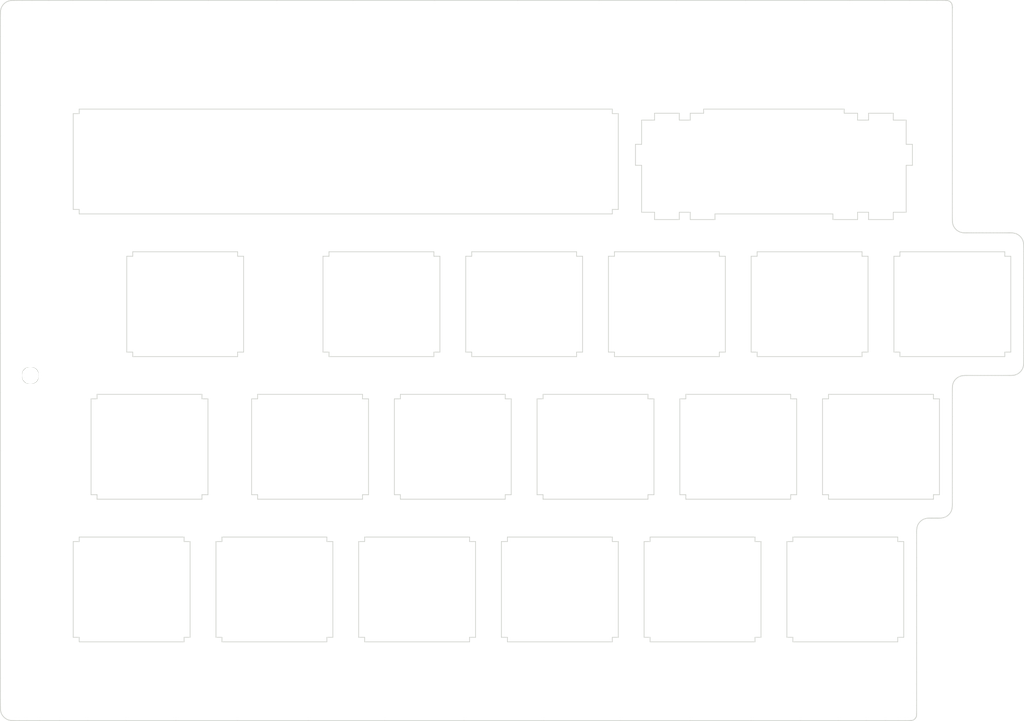
<source format=kicad_pcb>
(kicad_pcb (version 20171130) (host pcbnew "(5.1.10)-1")

  (general
    (thickness 1.6)
    (drawings 910)
    (tracks 0)
    (zones 0)
    (modules 7)
    (nets 1)
  )

  (page USLetter)
  (layers
    (0 F.Cu signal)
    (31 B.Cu signal)
    (32 B.Adhes user)
    (33 F.Adhes user)
    (34 B.Paste user)
    (35 F.Paste user)
    (36 B.SilkS user)
    (37 F.SilkS user)
    (38 B.Mask user)
    (39 F.Mask user)
    (40 Dwgs.User user)
    (41 Cmts.User user)
    (42 Eco1.User user)
    (43 Eco2.User user)
    (44 Edge.Cuts user)
    (45 Margin user)
    (46 B.CrtYd user)
    (47 F.CrtYd user)
    (48 B.Fab user)
    (49 F.Fab user)
  )

  (setup
    (last_trace_width 0.25)
    (trace_clearance 0.2)
    (zone_clearance 0.508)
    (zone_45_only no)
    (trace_min 0.2)
    (via_size 0.6)
    (via_drill 0.4)
    (via_min_size 0.4)
    (via_min_drill 0.3)
    (uvia_size 0.3)
    (uvia_drill 0.1)
    (uvias_allowed no)
    (uvia_min_size 0.2)
    (uvia_min_drill 0.1)
    (edge_width 0.15)
    (segment_width 0.2)
    (pcb_text_width 0.3)
    (pcb_text_size 1.5 1.5)
    (mod_edge_width 0.15)
    (mod_text_size 1 1)
    (mod_text_width 0.15)
    (pad_size 5.5 5.5)
    (pad_drill 3.2)
    (pad_to_mask_clearance 0.2)
    (aux_axis_origin 0 0)
    (visible_elements 7FFFFF7F)
    (pcbplotparams
      (layerselection 0x010c0_ffffffff)
      (usegerberextensions true)
      (usegerberattributes false)
      (usegerberadvancedattributes false)
      (creategerberjobfile false)
      (excludeedgelayer true)
      (linewidth 0.100000)
      (plotframeref false)
      (viasonmask false)
      (mode 1)
      (useauxorigin false)
      (hpglpennumber 1)
      (hpglpenspeed 20)
      (hpglpendiameter 15.000000)
      (psnegative false)
      (psa4output false)
      (plotreference true)
      (plotvalue true)
      (plotinvisibletext false)
      (padsonsilk false)
      (subtractmaskfromsilk false)
      (outputformat 1)
      (mirror false)
      (drillshape 0)
      (scaleselection 1)
      (outputdirectory "../gerbers/fourier-left-top"))
  )

  (net 0 "")

  (net_class Default "This is the default net class."
    (clearance 0.2)
    (trace_width 0.25)
    (via_dia 0.6)
    (via_drill 0.4)
    (uvia_dia 0.3)
    (uvia_drill 0.1)
  )

  (module Mounting_Holes:MountingHole_2.2mm_M2 (layer B.Cu) (tedit 5A79FDD6) (tstamp 5A7A5873)
    (at 78 111)
    (descr "Mounting Hole 2.2mm, no annular, M2")
    (tags "mounting hole 2.2mm no annular m2")
    (attr virtual)
    (fp_text reference REF** (at 0 3.2) (layer B.SilkS) hide
      (effects (font (size 1 1) (thickness 0.15)) (justify mirror))
    )
    (fp_text value MountingHole_2.2mm_M2 (at 0 -3.2) (layer B.Fab) hide
      (effects (font (size 1 1) (thickness 0.15)) (justify mirror))
    )
    (fp_circle (center 0 0) (end 2.45 0) (layer B.CrtYd) (width 0.05))
    (fp_circle (center 0 0) (end 2.2 0) (layer Cmts.User) (width 0.15))
    (fp_text user %R (at 0.3 0) (layer B.Fab)
      (effects (font (size 1 1) (thickness 0.15)) (justify mirror))
    )
    (pad 1 np_thru_hole circle (at 0 0) (size 2.2 2.2) (drill 2.2) (layers *.Cu *.Mask))
  )

  (module Mounting_Holes:MountingHole_2.2mm_M2 (layer B.Cu) (tedit 5A79FDD6) (tstamp 5A7A586C)
    (at 138.3 111.075)
    (descr "Mounting Hole 2.2mm, no annular, M2")
    (tags "mounting hole 2.2mm no annular m2")
    (attr virtual)
    (fp_text reference REF** (at 0 3.2) (layer B.SilkS) hide
      (effects (font (size 1 1) (thickness 0.15)) (justify mirror))
    )
    (fp_text value MountingHole_2.2mm_M2 (at 0 -3.2) (layer B.Fab) hide
      (effects (font (size 1 1) (thickness 0.15)) (justify mirror))
    )
    (fp_circle (center 0 0) (end 2.45 0) (layer B.CrtYd) (width 0.05))
    (fp_circle (center 0 0) (end 2.2 0) (layer Cmts.User) (width 0.15))
    (fp_text user %R (at 0.3 0) (layer B.Fab)
      (effects (font (size 1 1) (thickness 0.15)) (justify mirror))
    )
    (pad 1 np_thru_hole circle (at 0 0) (size 2.2 2.2) (drill 2.2) (layers *.Cu *.Mask))
  )

  (module Mounting_Holes:MountingHole_2.2mm_M2 (layer B.Cu) (tedit 5A79FDD6) (tstamp 5A7A5865)
    (at 143.05 22.875)
    (descr "Mounting Hole 2.2mm, no annular, M2")
    (tags "mounting hole 2.2mm no annular m2")
    (attr virtual)
    (fp_text reference REF** (at 0 3.2) (layer B.SilkS) hide
      (effects (font (size 1 1) (thickness 0.15)) (justify mirror))
    )
    (fp_text value MountingHole_2.2mm_M2 (at 0 -3.2) (layer B.Fab) hide
      (effects (font (size 1 1) (thickness 0.15)) (justify mirror))
    )
    (fp_circle (center 0 0) (end 2.45 0) (layer B.CrtYd) (width 0.05))
    (fp_circle (center 0 0) (end 2.2 0) (layer Cmts.User) (width 0.15))
    (fp_text user %R (at 0.3 0) (layer B.Fab)
      (effects (font (size 1 1) (thickness 0.15)) (justify mirror))
    )
    (pad 1 np_thru_hole circle (at 0 0) (size 2.2 2.2) (drill 2.2) (layers *.Cu *.Mask))
  )

  (module Mounting_Holes:MountingHole_2.2mm_M2 (layer B.Cu) (tedit 5A79FDD6) (tstamp 5A7A585E)
    (at 78 22.875)
    (descr "Mounting Hole 2.2mm, no annular, M2")
    (tags "mounting hole 2.2mm no annular m2")
    (attr virtual)
    (fp_text reference REF** (at 0 3.2) (layer B.SilkS) hide
      (effects (font (size 1 1) (thickness 0.15)) (justify mirror))
    )
    (fp_text value MountingHole_2.2mm_M2 (at 0 -3.2) (layer B.Fab) hide
      (effects (font (size 1 1) (thickness 0.15)) (justify mirror))
    )
    (fp_circle (center 0 0) (end 2.45 0) (layer B.CrtYd) (width 0.05))
    (fp_circle (center 0 0) (end 2.2 0) (layer Cmts.User) (width 0.15))
    (fp_text user %R (at 0.3 0) (layer B.Fab)
      (effects (font (size 1 1) (thickness 0.15)) (justify mirror))
    )
    (pad 1 np_thru_hole circle (at 0 0) (size 2.2 2.2) (drill 2.2) (layers *.Cu *.Mask))
  )

  (module Mounting_Holes:MountingHole_2.2mm_M2 (layer B.Cu) (tedit 5A79FDD6) (tstamp 5A7A5857)
    (at 24.425 23.325)
    (descr "Mounting Hole 2.2mm, no annular, M2")
    (tags "mounting hole 2.2mm no annular m2")
    (attr virtual)
    (fp_text reference REF** (at 0 3.2) (layer B.SilkS) hide
      (effects (font (size 1 1) (thickness 0.15)) (justify mirror))
    )
    (fp_text value MountingHole_2.2mm_M2 (at 0 -3.2) (layer B.Fab) hide
      (effects (font (size 1 1) (thickness 0.15)) (justify mirror))
    )
    (fp_circle (center 0 0) (end 2.45 0) (layer B.CrtYd) (width 0.05))
    (fp_circle (center 0 0) (end 2.2 0) (layer Cmts.User) (width 0.15))
    (fp_text user %R (at 0.3 0) (layer B.Fab)
      (effects (font (size 1 1) (thickness 0.15)) (justify mirror))
    )
    (pad 1 np_thru_hole circle (at 0 0) (size 2.2 2.2) (drill 2.2) (layers *.Cu *.Mask))
  )

  (module Mounting_Holes:MountingHole_2.2mm_M2 (layer B.Cu) (tedit 5A79FDD6) (tstamp 5A7A5850)
    (at 24 68.975)
    (descr "Mounting Hole 2.2mm, no annular, M2")
    (tags "mounting hole 2.2mm no annular m2")
    (attr virtual)
    (fp_text reference REF** (at 0 3.2) (layer B.SilkS) hide
      (effects (font (size 1 1) (thickness 0.15)) (justify mirror))
    )
    (fp_text value MountingHole_2.2mm_M2 (at 0 -3.2) (layer B.Fab) hide
      (effects (font (size 1 1) (thickness 0.15)) (justify mirror))
    )
    (fp_circle (center 0 0) (end 2.45 0) (layer B.CrtYd) (width 0.05))
    (fp_circle (center 0 0) (end 2.2 0) (layer Cmts.User) (width 0.15))
    (fp_text user %R (at 0.3 0) (layer B.Fab)
      (effects (font (size 1 1) (thickness 0.15)) (justify mirror))
    )
    (pad 1 np_thru_hole circle (at 0 0) (size 2.2 2.2) (drill 2.2) (layers *.Cu *.Mask))
  )

  (module Mounting_Holes:MountingHole_2.2mm_M2 (layer B.Cu) (tedit 5A79FDD6) (tstamp 5A7A583E)
    (at 24.45 110.65)
    (descr "Mounting Hole 2.2mm, no annular, M2")
    (tags "mounting hole 2.2mm no annular m2")
    (attr virtual)
    (fp_text reference REF** (at 0 3.2) (layer B.SilkS) hide
      (effects (font (size 1 1) (thickness 0.15)) (justify mirror))
    )
    (fp_text value MountingHole_2.2mm_M2 (at 0 -3.2) (layer B.Fab) hide
      (effects (font (size 1 1) (thickness 0.15)) (justify mirror))
    )
    (fp_circle (center 0 0) (end 2.45 0) (layer B.CrtYd) (width 0.05))
    (fp_circle (center 0 0) (end 2.2 0) (layer Cmts.User) (width 0.15))
    (fp_text user %R (at 0.3 0) (layer B.Fab)
      (effects (font (size 1 1) (thickness 0.15)) (justify mirror))
    )
    (pad 1 np_thru_hole circle (at 0 0) (size 2.2 2.2) (drill 2.2) (layers *.Cu *.Mask))
  )

  (gr_line (start 24.993331 68.466961) (end 24.971649 68.412769) (layer Edge.Cuts) (width 0.1))
  (gr_line (start 25.010591 68.521564) (end 24.993331 68.466961) (layer Edge.Cuts) (width 0.1))
  (gr_line (start 25.023933 68.575838) (end 25.010591 68.521564) (layer Edge.Cuts) (width 0.1))
  (gr_line (start 25.033863 68.629043) (end 25.023933 68.575838) (layer Edge.Cuts) (width 0.1))
  (gr_line (start 25.040884 68.680439) (end 25.033863 68.629043) (layer Edge.Cuts) (width 0.1))
  (gr_line (start 25.0455 68.729288) (end 25.040884 68.680439) (layer Edge.Cuts) (width 0.1))
  (gr_line (start 25.048215 68.774848) (end 25.0455 68.729288) (layer Edge.Cuts) (width 0.1))
  (gr_line (start 25.049534 68.816381) (end 25.048215 68.774848) (layer Edge.Cuts) (width 0.1))
  (gr_line (start 25.049961 68.853146) (end 25.049534 68.816381) (layer Edge.Cuts) (width 0.1))
  (gr_line (start 25.05 68.884408) (end 25.049961 68.853146) (layer Edge.Cuts) (width 0.1))
  (gr_line (start 25.05 68.910032) (end 25.05 68.884408) (layer Edge.Cuts) (width 0.1))
  (gr_line (start 25.05 68.93111) (end 25.05 68.910032) (layer Edge.Cuts) (width 0.1))
  (gr_line (start 25.05 68.948888) (end 25.05 68.93111) (layer Edge.Cuts) (width 0.1))
  (gr_line (start 25.05 68.964607) (end 25.05 68.948888) (layer Edge.Cuts) (width 0.1))
  (gr_line (start 25.05 68.979514) (end 25.05 68.964607) (layer Edge.Cuts) (width 0.1))
  (gr_line (start 25.05 68.994851) (end 25.05 68.979514) (layer Edge.Cuts) (width 0.1))
  (gr_line (start 25.05 69.011863) (end 25.05 68.994851) (layer Edge.Cuts) (width 0.1))
  (gr_line (start 25.05 69.031793) (end 25.05 69.011863) (layer Edge.Cuts) (width 0.1))
  (gr_line (start 25.05 69.055885) (end 25.05 69.031793) (layer Edge.Cuts) (width 0.1))
  (gr_line (start 25.049991 69.085352) (end 25.05 69.055885) (layer Edge.Cuts) (width 0.1))
  (gr_line (start 25.049737 69.120501) (end 25.049991 69.085352) (layer Edge.Cuts) (width 0.1))
  (gr_line (start 25.048746 69.160646) (end 25.049737 69.120501) (layer Edge.Cuts) (width 0.1))
  (gr_line (start 25.046514 69.205046) (end 25.048746 69.160646) (layer Edge.Cuts) (width 0.1))
  (gr_line (start 25.042537 69.252961) (end 25.046514 69.205046) (layer Edge.Cuts) (width 0.1))
  (gr_line (start 25.03631 69.303653) (end 25.042537 69.252961) (layer Edge.Cuts) (width 0.1))
  (gr_line (start 25.027329 69.35638) (end 25.03631 69.303653) (layer Edge.Cuts) (width 0.1))
  (gr_line (start 25.01509 69.410404) (end 25.027329 69.35638) (layer Edge.Cuts) (width 0.1))
  (gr_line (start 24.999089 69.464984) (end 25.01509 69.410404) (layer Edge.Cuts) (width 0.1))
  (gr_line (start 24.978822 69.519381) (end 24.999089 69.464984) (layer Edge.Cuts) (width 0.1))
  (gr_line (start 24.953833 69.572875) (end 24.978822 69.519381) (layer Edge.Cuts) (width 0.1))
  (gr_line (start 24.924191 69.624953) (end 24.953833 69.572875) (layer Edge.Cuts) (width 0.1))
  (gr_line (start 24.890276 69.675226) (end 24.924191 69.624953) (layer Edge.Cuts) (width 0.1))
  (gr_line (start 24.852477 69.723309) (end 24.890276 69.675226) (layer Edge.Cuts) (width 0.1))
  (gr_line (start 24.811179 69.768813) (end 24.852477 69.723309) (layer Edge.Cuts) (width 0.1))
  (gr_line (start 24.766768 69.811355) (end 24.811179 69.768813) (layer Edge.Cuts) (width 0.1))
  (gr_line (start 24.719631 69.850546) (end 24.766768 69.811355) (layer Edge.Cuts) (width 0.1))
  (gr_line (start 24.670155 69.886) (end 24.719631 69.850546) (layer Edge.Cuts) (width 0.1))
  (gr_line (start 24.618725 69.917331) (end 24.670155 69.886) (layer Edge.Cuts) (width 0.1))
  (gr_line (start 24.565729 69.944153) (end 24.618725 69.917331) (layer Edge.Cuts) (width 0.1))
  (gr_line (start 24.511518 69.966195) (end 24.565729 69.944153) (layer Edge.Cuts) (width 0.1))
  (gr_line (start 24.456265 69.983777) (end 24.511518 69.966195) (layer Edge.Cuts) (width 0.1))
  (gr_line (start 24.400087 69.997403) (end 24.456265 69.983777) (layer Edge.Cuts) (width 0.1))
  (gr_line (start 24.343104 70.007578) (end 24.400087 69.997403) (layer Edge.Cuts) (width 0.1))
  (gr_line (start 24.285432 70.014804) (end 24.343104 70.007578) (layer Edge.Cuts) (width 0.1))
  (gr_line (start 24.22719 70.019587) (end 24.285432 70.014804) (layer Edge.Cuts) (width 0.1))
  (gr_line (start 24.168494 70.022431) (end 24.22719 70.019587) (layer Edge.Cuts) (width 0.1))
  (gr_line (start 24.109463 70.02384) (end 24.168494 70.022431) (layer Edge.Cuts) (width 0.1))
  (gr_line (start 24.050215 70.024317) (end 24.109463 70.02384) (layer Edge.Cuts) (width 0.1))
  (gr_line (start 23.990867 70.024368) (end 24.050215 70.024317) (layer Edge.Cuts) (width 0.1))
  (gr_line (start 23.931538 70.024239) (end 23.990867 70.024368) (layer Edge.Cuts) (width 0.1))
  (gr_line (start 23.872344 70.023529) (end 23.931538 70.024239) (layer Edge.Cuts) (width 0.1))
  (gr_line (start 23.813404 70.021732) (end 23.872344 70.023529) (layer Edge.Cuts) (width 0.1))
  (gr_line (start 23.754835 70.018345) (end 23.813404 70.021732) (layer Edge.Cuts) (width 0.1))
  (gr_line (start 23.696756 70.012864) (end 23.754835 70.018345) (layer Edge.Cuts) (width 0.1))
  (gr_line (start 23.639283 70.004784) (end 23.696756 70.012864) (layer Edge.Cuts) (width 0.1))
  (gr_line (start 23.582535 69.993602) (end 23.639283 70.004784) (layer Edge.Cuts) (width 0.1))
  (gr_line (start 23.52663 69.978812) (end 23.582535 69.993602) (layer Edge.Cuts) (width 0.1))
  (gr_line (start 23.471684 69.959911) (end 23.52663 69.978812) (layer Edge.Cuts) (width 0.1))
  (gr_line (start 23.41782 69.936404) (end 23.471684 69.959911) (layer Edge.Cuts) (width 0.1))
  (gr_line (start 23.365265 69.908153) (end 23.41782 69.936404) (layer Edge.Cuts) (width 0.1))
  (gr_line (start 23.314395 69.875512) (end 23.365265 69.908153) (layer Edge.Cuts) (width 0.1))
  (gr_line (start 23.265597 69.838867) (end 23.314395 69.875512) (layer Edge.Cuts) (width 0.1))
  (gr_line (start 23.219258 69.798604) (end 23.265597 69.838867) (layer Edge.Cuts) (width 0.1))
  (gr_line (start 23.175764 69.75511) (end 23.219258 69.798604) (layer Edge.Cuts) (width 0.1))
  (gr_line (start 23.135501 69.708771) (end 23.175764 69.75511) (layer Edge.Cuts) (width 0.1))
  (gr_line (start 23.098856 69.659973) (end 23.135501 69.708771) (layer Edge.Cuts) (width 0.1))
  (gr_line (start 23.066215 69.609103) (end 23.098856 69.659973) (layer Edge.Cuts) (width 0.1))
  (gr_line (start 23.037964 69.556548) (end 23.066215 69.609103) (layer Edge.Cuts) (width 0.1))
  (gr_line (start 23.014456 69.502684) (end 23.037964 69.556548) (layer Edge.Cuts) (width 0.1))
  (gr_line (start 22.995556 69.447738) (end 23.014456 69.502684) (layer Edge.Cuts) (width 0.1))
  (gr_line (start 22.980766 69.391833) (end 22.995556 69.447738) (layer Edge.Cuts) (width 0.1))
  (gr_line (start 22.969583 69.335085) (end 22.980766 69.391833) (layer Edge.Cuts) (width 0.1))
  (gr_line (start 22.961504 69.277612) (end 22.969583 69.335085) (layer Edge.Cuts) (width 0.1))
  (gr_line (start 22.956023 69.219533) (end 22.961504 69.277612) (layer Edge.Cuts) (width 0.1))
  (gr_line (start 22.952636 69.160964) (end 22.956023 69.219533) (layer Edge.Cuts) (width 0.1))
  (gr_line (start 22.950839 69.102024) (end 22.952636 69.160964) (layer Edge.Cuts) (width 0.1))
  (gr_line (start 22.950129 69.04283) (end 22.950839 69.102024) (layer Edge.Cuts) (width 0.1))
  (gr_line (start 22.95 68.983501) (end 22.950129 69.04283) (layer Edge.Cuts) (width 0.1))
  (gr_line (start 22.95005 68.924153) (end 22.95 68.983501) (layer Edge.Cuts) (width 0.1))
  (gr_line (start 22.950528 68.864905) (end 22.95005 68.924153) (layer Edge.Cuts) (width 0.1))
  (gr_line (start 22.951937 68.805874) (end 22.950528 68.864905) (layer Edge.Cuts) (width 0.1))
  (gr_line (start 22.954781 68.747178) (end 22.951937 68.805874) (layer Edge.Cuts) (width 0.1))
  (gr_line (start 22.959564 68.688936) (end 22.954781 68.747178) (layer Edge.Cuts) (width 0.1))
  (gr_line (start 22.96679 68.631264) (end 22.959564 68.688936) (layer Edge.Cuts) (width 0.1))
  (gr_line (start 22.976964 68.57428) (end 22.96679 68.631264) (layer Edge.Cuts) (width 0.1))
  (gr_line (start 22.990591 68.518103) (end 22.976964 68.57428) (layer Edge.Cuts) (width 0.1))
  (gr_line (start 23.008173 68.46285) (end 22.990591 68.518103) (layer Edge.Cuts) (width 0.1))
  (gr_line (start 23.030215 68.408639) (end 23.008173 68.46285) (layer Edge.Cuts) (width 0.1))
  (gr_line (start 23.057037 68.355643) (end 23.030215 68.408639) (layer Edge.Cuts) (width 0.1))
  (gr_line (start 23.088368 68.304213) (end 23.057037 68.355643) (layer Edge.Cuts) (width 0.1))
  (gr_line (start 23.123822 68.254737) (end 23.088368 68.304213) (layer Edge.Cuts) (width 0.1))
  (gr_line (start 23.163013 68.2076) (end 23.123822 68.254737) (layer Edge.Cuts) (width 0.1))
  (gr_line (start 23.205554 68.163189) (end 23.163013 68.2076) (layer Edge.Cuts) (width 0.1))
  (gr_line (start 23.251059 68.121891) (end 23.205554 68.163189) (layer Edge.Cuts) (width 0.1))
  (gr_line (start 23.299142 68.084091) (end 23.251059 68.121891) (layer Edge.Cuts) (width 0.1))
  (gr_line (start 23.349415 68.050177) (end 23.299142 68.084091) (layer Edge.Cuts) (width 0.1))
  (gr_line (start 23.401493 68.020535) (end 23.349415 68.050177) (layer Edge.Cuts) (width 0.1))
  (gr_line (start 23.45499 67.995546) (end 23.401493 68.020535) (layer Edge.Cuts) (width 0.1))
  (gr_line (start 23.509616 67.975279) (end 23.45499 67.995546) (layer Edge.Cuts) (width 0.1))
  (gr_line (start 23.565238 67.959278) (end 23.509616 67.975279) (layer Edge.Cuts) (width 0.1))
  (gr_line (start 23.621739 67.947039) (end 23.565238 67.959278) (layer Edge.Cuts) (width 0.1))
  (gr_line (start 23.679002 67.938058) (end 23.621739 67.947039) (layer Edge.Cuts) (width 0.1))
  (gr_line (start 23.736907 67.931831) (end 23.679002 67.938058) (layer Edge.Cuts) (width 0.1))
  (gr_line (start 23.795338 67.927854) (end 23.736907 67.931831) (layer Edge.Cuts) (width 0.1))
  (gr_line (start 23.854176 67.925622) (end 23.795338 67.927854) (layer Edge.Cuts) (width 0.1))
  (gr_line (start 23.913304 67.924631) (end 23.854176 67.925622) (layer Edge.Cuts) (width 0.1))
  (gr_line (start 23.972605 67.924377) (end 23.913304 67.924631) (layer Edge.Cuts) (width 0.1))
  (gr_line (start 24.031959 67.924381) (end 23.972605 67.924377) (layer Edge.Cuts) (width 0.1))
  (gr_line (start 24.091251 67.924674) (end 24.031959 67.924381) (layer Edge.Cuts) (width 0.1))
  (gr_line (start 24.150361 67.925743) (end 24.091251 67.924674) (layer Edge.Cuts) (width 0.1))
  (gr_line (start 24.209172 67.928091) (end 24.150361 67.925743) (layer Edge.Cuts) (width 0.1))
  (gr_line (start 24.267567 67.932224) (end 24.209172 67.928091) (layer Edge.Cuts) (width 0.1))
  (gr_line (start 24.325427 67.938645) (end 24.267567 67.932224) (layer Edge.Cuts) (width 0.1))
  (gr_line (start 24.382635 67.947858) (end 24.325427 67.938645) (layer Edge.Cuts) (width 0.1))
  (gr_line (start 24.439072 67.960369) (end 24.382635 67.947858) (layer Edge.Cuts) (width 0.1))
  (gr_line (start 24.494622 67.97668) (end 24.439072 67.960369) (layer Edge.Cuts) (width 0.1))
  (gr_line (start 24.549167 67.997296) (end 24.494622 67.97668) (layer Edge.Cuts) (width 0.1))
  (gr_line (start 24.602568 68.022654) (end 24.549167 67.997296) (layer Edge.Cuts) (width 0.1))
  (gr_line (start 24.65452 68.052639) (end 24.602568 68.022654) (layer Edge.Cuts) (width 0.1))
  (gr_line (start 24.704639 68.086866) (end 24.65452 68.052639) (layer Edge.Cuts) (width 0.1))
  (gr_line (start 24.752537 68.124948) (end 24.704639 68.086866) (layer Edge.Cuts) (width 0.1))
  (gr_line (start 24.797827 68.1665) (end 24.752537 68.124948) (layer Edge.Cuts) (width 0.1))
  (gr_line (start 24.840124 68.211134) (end 24.797827 68.1665) (layer Edge.Cuts) (width 0.1))
  (gr_line (start 24.879042 68.258465) (end 24.840124 68.211134) (layer Edge.Cuts) (width 0.1))
  (gr_line (start 24.914193 68.308105) (end 24.879042 68.258465) (layer Edge.Cuts) (width 0.1))
  (gr_line (start 24.945191 68.359668) (end 24.914193 68.308105) (layer Edge.Cuts) (width 0.1))
  (gr_line (start 24.971649 68.412769) (end 24.945191 68.359668) (layer Edge.Cuts) (width 0.1))
  (gr_line (start 147.061947 22.610374) (end 147.061947 23.881421) (layer Edge.Cuts) (width 0.1))
  (gr_line (start 147.061947 21.641158) (end 147.061947 22.610374) (layer Edge.Cuts) (width 0.1))
  (gr_line (start 147.061947 20.932859) (end 147.061947 21.641158) (layer Edge.Cuts) (width 0.1))
  (gr_line (start 147.061947 20.444561) (end 147.061947 20.932859) (layer Edge.Cuts) (width 0.1))
  (gr_line (start 147.061947 20.13535) (end 147.061947 20.444561) (layer Edge.Cuts) (width 0.1))
  (gr_line (start 147.061947 19.96431) (end 147.061947 20.13535) (layer Edge.Cuts) (width 0.1))
  (gr_line (start 147.061947 19.890527) (end 147.061947 19.96431) (layer Edge.Cuts) (width 0.1))
  (gr_line (start 147.061947 19.873086) (end 147.061947 19.890527) (layer Edge.Cuts) (width 0.1))
  (gr_line (start 147.061947 19.872683) (end 147.061947 19.873086) (layer Edge.Cuts) (width 0.1))
  (gr_line (start 147.061947 19.872053) (end 147.061947 19.872683) (layer Edge.Cuts) (width 0.1))
  (gr_line (start 147.061947 19.869902) (end 147.061947 19.872053) (layer Edge.Cuts) (width 0.1))
  (gr_line (start 147.061947 19.865292) (end 147.061947 19.869902) (layer Edge.Cuts) (width 0.1))
  (gr_line (start 147.061947 19.857286) (end 147.061947 19.865292) (layer Edge.Cuts) (width 0.1))
  (gr_line (start 147.061947 19.844946) (end 147.061947 19.857286) (layer Edge.Cuts) (width 0.1))
  (gr_line (start 147.061947 19.827337) (end 147.061947 19.844946) (layer Edge.Cuts) (width 0.1))
  (gr_line (start 147.061947 19.803519) (end 147.061947 19.827337) (layer Edge.Cuts) (width 0.1))
  (gr_line (start 147.061945 19.772561) (end 147.061947 19.803519) (layer Edge.Cuts) (width 0.1))
  (gr_line (start 147.061702 19.734171) (end 147.061945 19.772561) (layer Edge.Cuts) (width 0.1))
  (gr_line (start 147.060513 19.689318) (end 147.061702 19.734171) (layer Edge.Cuts) (width 0.1))
  (gr_line (start 147.057616 19.639117) (end 147.060513 19.689318) (layer Edge.Cuts) (width 0.1))
  (gr_line (start 147.052253 19.584682) (end 147.057616 19.639117) (layer Edge.Cuts) (width 0.1))
  (gr_line (start 147.043664 19.527129) (end 147.052253 19.584682) (layer Edge.Cuts) (width 0.1))
  (gr_line (start 147.031089 19.467571) (end 147.043664 19.527129) (layer Edge.Cuts) (width 0.1))
  (gr_line (start 147.013768 19.407124) (end 147.031089 19.467571) (layer Edge.Cuts) (width 0.1))
  (gr_line (start 146.990941 19.346903) (end 147.013768 19.407124) (layer Edge.Cuts) (width 0.1))
  (gr_line (start 146.961994 19.287965) (end 146.990941 19.346903) (layer Edge.Cuts) (width 0.1))
  (gr_line (start 146.927189 19.231018) (end 146.961994 19.287965) (layer Edge.Cuts) (width 0.1))
  (gr_line (start 146.887107 19.176647) (end 146.927189 19.231018) (layer Edge.Cuts) (width 0.1))
  (gr_line (start 146.84233 19.125434) (end 146.887107 19.176647) (layer Edge.Cuts) (width 0.1))
  (gr_line (start 146.793441 19.07796) (end 146.84233 19.125434) (layer Edge.Cuts) (width 0.1))
  (gr_line (start 146.741022 19.034809) (end 146.793441 19.07796) (layer Edge.Cuts) (width 0.1))
  (gr_line (start 146.685655 18.996562) (end 146.741022 19.034809) (layer Edge.Cuts) (width 0.1))
  (gr_line (start 146.627923 18.963802) (end 146.685655 18.996562) (layer Edge.Cuts) (width 0.1))
  (gr_line (start 146.56842 18.937085) (end 146.627923 18.963802) (layer Edge.Cuts) (width 0.1))
  (gr_line (start 146.507989 18.916331) (end 146.56842 18.937085) (layer Edge.Cuts) (width 0.1))
  (gr_line (start 146.447734 18.900808) (end 146.507989 18.916331) (layer Edge.Cuts) (width 0.1))
  (gr_line (start 146.388771 18.889758) (end 146.447734 18.900808) (layer Edge.Cuts) (width 0.1))
  (gr_line (start 146.332214 18.882419) (end 146.388771 18.889758) (layer Edge.Cuts) (width 0.1))
  (gr_line (start 146.279178 18.878033) (end 146.332214 18.882419) (layer Edge.Cuts) (width 0.1))
  (gr_line (start 146.230777 18.875839) (end 146.279178 18.878033) (layer Edge.Cuts) (width 0.1))
  (gr_line (start 146.188126 18.875078) (end 146.230777 18.875839) (layer Edge.Cuts) (width 0.1))
  (gr_line (start 146.152288 18.87499) (end 146.188126 18.875078) (layer Edge.Cuts) (width 0.1))
  (gr_line (start 146.075337 18.874989) (end 146.152288 18.87499) (layer Edge.Cuts) (width 0.1))
  (gr_line (start 145.769931 18.874986) (end 146.075337 18.874989) (layer Edge.Cuts) (width 0.1))
  (gr_line (start 145.024089 18.874979) (end 145.769931 18.874986) (layer Edge.Cuts) (width 0.1))
  (gr_line (start 143.62583 18.874965) (end 145.024089 18.874979) (layer Edge.Cuts) (width 0.1))
  (gr_line (start 141.363171 18.874942) (end 143.62583 18.874965) (layer Edge.Cuts) (width 0.1))
  (gr_line (start 138.024133 18.874909) (end 141.363171 18.874942) (layer Edge.Cuts) (width 0.1))
  (gr_line (start 133.396732 18.874863) (end 138.024133 18.874909) (layer Edge.Cuts) (width 0.1))
  (gr_line (start 127.268989 18.874802) (end 133.396732 18.874863) (layer Edge.Cuts) (width 0.1))
  (gr_line (start 119.471347 18.874725) (end 127.268989 18.874802) (layer Edge.Cuts) (width 0.1))
  (gr_line (start 110.219063 18.874633) (end 119.471347 18.874725) (layer Edge.Cuts) (width 0.1))
  (gr_line (start 99.932317 18.874531) (end 110.219063 18.874633) (layer Edge.Cuts) (width 0.1))
  (gr_line (start 89.033197 18.874423) (end 99.932317 18.874531) (layer Edge.Cuts) (width 0.1))
  (gr_line (start 77.943792 18.874313) (end 89.033197 18.874423) (layer Edge.Cuts) (width 0.1))
  (gr_line (start 67.08619 18.874205) (end 77.943792 18.874313) (layer Edge.Cuts) (width 0.1))
  (gr_line (start 56.882477 18.874104) (end 67.08619 18.874205) (layer Edge.Cuts) (width 0.1))
  (gr_line (start 47.754744 18.874013) (end 56.882477 18.874104) (layer Edge.Cuts) (width 0.1))
  (gr_line (start 40.120112 18.873937) (end 47.754744 18.874013) (layer Edge.Cuts) (width 0.1))
  (gr_line (start 34.148955 18.873878) (end 40.120112 18.873937) (layer Edge.Cuts) (width 0.1))
  (gr_line (start 29.656009 18.873833) (end 34.148955 18.873878) (layer Edge.Cuts) (width 0.1))
  (gr_line (start 26.428351 18.873801) (end 29.656009 18.873833) (layer Edge.Cuts) (width 0.1))
  (gr_line (start 24.253058 18.87378) (end 26.428351 18.873801) (layer Edge.Cuts) (width 0.1))
  (gr_line (start 22.917207 18.873767) (end 24.253058 18.87378) (layer Edge.Cuts) (width 0.1))
  (gr_line (start 22.207875 18.873759) (end 22.917207 18.873767) (layer Edge.Cuts) (width 0.1))
  (gr_line (start 21.912138 18.873757) (end 22.207875 18.873759) (layer Edge.Cuts) (width 0.1))
  (gr_line (start 21.817074 18.873756) (end 21.912138 18.873757) (layer Edge.Cuts) (width 0.1))
  (gr_line (start 21.743885 18.873996) (end 21.817074 18.873756) (layer Edge.Cuts) (width 0.1))
  (gr_line (start 21.657153 18.875736) (end 21.743885 18.873996) (layer Edge.Cuts) (width 0.1))
  (gr_line (start 21.559113 18.880496) (end 21.657153 18.875736) (layer Edge.Cuts) (width 0.1))
  (gr_line (start 21.451999 18.889801) (end 21.559113 18.880496) (layer Edge.Cuts) (width 0.1))
  (gr_line (start 21.338048 18.905175) (end 21.451999 18.889801) (layer Edge.Cuts) (width 0.1))
  (gr_line (start 21.219493 18.92814) (end 21.338048 18.905175) (layer Edge.Cuts) (width 0.1))
  (gr_line (start 21.09857 18.960219) (end 21.219493 18.92814) (layer Edge.Cuts) (width 0.1))
  (gr_line (start 20.977512 19.002937) (end 21.09857 18.960219) (layer Edge.Cuts) (width 0.1))
  (gr_line (start 20.858516 19.057716) (end 20.977512 19.002937) (layer Edge.Cuts) (width 0.1))
  (gr_line (start 20.743198 19.12452) (end 20.858516 19.057716) (layer Edge.Cuts) (width 0.1))
  (gr_line (start 20.632736 19.202209) (end 20.743198 19.12452) (layer Edge.Cuts) (width 0.1))
  (gr_line (start 20.528297 19.289616) (end 20.632736 19.202209) (layer Edge.Cuts) (width 0.1))
  (gr_line (start 20.431049 19.385572) (end 20.528297 19.289616) (layer Edge.Cuts) (width 0.1))
  (gr_line (start 20.34216 19.488911) (end 20.431049 19.385572) (layer Edge.Cuts) (width 0.1))
  (gr_line (start 20.262796 19.598466) (end 20.34216 19.488911) (layer Edge.Cuts) (width 0.1))
  (gr_line (start 20.194127 19.713067) (end 20.262796 19.598466) (layer Edge.Cuts) (width 0.1))
  (gr_line (start 20.137313 19.831547) (end 20.194127 19.713067) (layer Edge.Cuts) (width 0.1))
  (gr_line (start 20.092705 19.952412) (end 20.137313 19.831547) (layer Edge.Cuts) (width 0.1))
  (gr_line (start 20.058984 20.07351) (end 20.092705 19.952412) (layer Edge.Cuts) (width 0.1))
  (gr_line (start 20.034628 20.192607) (end 20.058984 20.07351) (layer Edge.Cuts) (width 0.1))
  (gr_line (start 20.018114 20.307466) (end 20.034628 20.192607) (layer Edge.Cuts) (width 0.1))
  (gr_line (start 20.007917 20.415853) (end 20.018114 20.307466) (layer Edge.Cuts) (width 0.1))
  (gr_line (start 20.002515 20.515533) (end 20.007917 20.415853) (layer Edge.Cuts) (width 0.1))
  (gr_line (start 20.000384 20.604273) (end 20.002515 20.515533) (layer Edge.Cuts) (width 0.1))
  (gr_line (start 20.000001 20.679835) (end 20.000384 20.604273) (layer Edge.Cuts) (width 0.1))
  (gr_line (start 20 20.755902) (end 20.000001 20.679835) (layer Edge.Cuts) (width 0.1))
  (gr_line (start 20 20.945813) (end 20 20.755902) (layer Edge.Cuts) (width 0.1))
  (gr_line (start 20 21.401403) (end 20 20.945813) (layer Edge.Cuts) (width 0.1))
  (gr_line (start 20 22.274589) (end 20 21.401403) (layer Edge.Cuts) (width 0.1))
  (gr_line (start 20 23.717287) (end 20 22.274589) (layer Edge.Cuts) (width 0.1))
  (gr_line (start 20 25.881415) (end 20 23.717287) (layer Edge.Cuts) (width 0.1))
  (gr_line (start 20 32.918889) (end 20 25.881415) (layer Edge.Cuts) (width 0.1))
  (gr_line (start 20 36.981627) (end 20 32.918889) (layer Edge.Cuts) (width 0.1))
  (gr_line (start 20 42.21345) (end 20 36.981627) (layer Edge.Cuts) (width 0.1))
  (gr_line (start 20 48.548613) (end 20 42.21345) (layer Edge.Cuts) (width 0.1))
  (gr_line (start 20 55.697915) (end 20 48.548613) (layer Edge.Cuts) (width 0.1))
  (gr_line (start 20 63.361282) (end 20 55.697915) (layer Edge.Cuts) (width 0.1))
  (gr_line (start 20 71.238637) (end 20 63.361282) (layer Edge.Cuts) (width 0.1))
  (gr_line (start 20 79.029904) (end 20 71.238637) (layer Edge.Cuts) (width 0.1))
  (gr_line (start 20 86.435009) (end 20 79.029904) (layer Edge.Cuts) (width 0.1))
  (gr_line (start 20 93.153875) (end 20 86.435009) (layer Edge.Cuts) (width 0.1))
  (gr_line (start 20 98.886499) (end 20 93.153875) (layer Edge.Cuts) (width 0.1))
  (gr_line (start 20 103.432409) (end 20 98.886499) (layer Edge.Cuts) (width 0.1))
  (gr_line (start 20 106.888305) (end 20 103.432409) (layer Edge.Cuts) (width 0.1))
  (gr_line (start 20 109.406102) (end 20 106.888305) (layer Edge.Cuts) (width 0.1))
  (gr_line (start 20 111.137719) (end 20 109.406102) (layer Edge.Cuts) (width 0.1))
  (gr_line (start 20 112.235071) (end 20 111.137719) (layer Edge.Cuts) (width 0.1))
  (gr_line (start 20 112.850076) (end 20 112.235071) (layer Edge.Cuts) (width 0.1))
  (gr_line (start 20 113.134651) (end 20 112.850076) (layer Edge.Cuts) (width 0.1))
  (gr_line (start 20 113.240713) (end 20 113.134651) (layer Edge.Cuts) (width 0.1))
  (gr_line (start 20.000095 113.310535) (end 20 113.240713) (layer Edge.Cuts) (width 0.1))
  (gr_line (start 20.001295 113.393931) (end 20.000095 113.310535) (layer Edge.Cuts) (width 0.1))
  (gr_line (start 20.005117 113.489221) (end 20.001295 113.393931) (layer Edge.Cuts) (width 0.1))
  (gr_line (start 20.013083 113.594169) (end 20.005117 113.489221) (layer Edge.Cuts) (width 0.1))
  (gr_line (start 20.026719 113.706542) (end 20.013083 113.594169) (layer Edge.Cuts) (width 0.1))
  (gr_line (start 20.047546 113.824105) (end 20.026719 113.706542) (layer Edge.Cuts) (width 0.1))
  (gr_line (start 20.077088 113.944623) (end 20.047546 113.824105) (layer Edge.Cuts) (width 0.1))
  (gr_line (start 20.116869 114.06586) (end 20.077088 113.944623) (layer Edge.Cuts) (width 0.1))
  (gr_line (start 20.168393 114.18559) (end 20.116869 114.06586) (layer Edge.Cuts) (width 0.1))
  (gr_line (start 20.232149 114.301987) (end 20.168393 114.18559) (layer Edge.Cuts) (width 0.1))
  (gr_line (start 20.307096 114.413835) (end 20.232149 114.301987) (layer Edge.Cuts) (width 0.1))
  (gr_line (start 20.392067 114.519965) (end 20.307096 114.413835) (layer Edge.Cuts) (width 0.1))
  (gr_line (start 20.485893 114.619211) (end 20.392067 114.519965) (layer Edge.Cuts) (width 0.1))
  (gr_line (start 20.587409 114.710405) (end 20.485893 114.619211) (layer Edge.Cuts) (width 0.1))
  (gr_line (start 20.695445 114.792378) (end 20.587409 114.710405) (layer Edge.Cuts) (width 0.1))
  (gr_line (start 20.808835 114.863965) (end 20.695445 114.792378) (layer Edge.Cuts) (width 0.1))
  (gr_line (start 20.926411 114.923997) (end 20.808835 114.863965) (layer Edge.Cuts) (width 0.1))
  (gr_line (start 21.046845 114.971712) (end 20.926411 114.923997) (layer Edge.Cuts) (width 0.1))
  (gr_line (start 21.168098 115.00814) (end 21.046845 114.971712) (layer Edge.Cuts) (width 0.1))
  (gr_line (start 21.287935 115.034805) (end 21.168098 115.00814) (layer Edge.Cuts) (width 0.1))
  (gr_line (start 21.404121 115.053229) (end 21.287935 115.034805) (layer Edge.Cuts) (width 0.1))
  (gr_line (start 21.514421 115.064935) (end 21.404121 115.053229) (layer Edge.Cuts) (width 0.1))
  (gr_line (start 21.616601 115.071447) (end 21.514421 115.064935) (layer Edge.Cuts) (width 0.1))
  (gr_line (start 21.708425 115.074289) (end 21.616601 115.071447) (layer Edge.Cuts) (width 0.1))
  (gr_line (start 21.78766 115.074983) (end 21.708425 115.074289) (layer Edge.Cuts) (width 0.1))
  (gr_line (start 21.859163 115.075) (end 21.78766 115.074983) (layer Edge.Cuts) (width 0.1))
  (gr_line (start 22.038178 115.075) (end 21.859163 115.075) (layer Edge.Cuts) (width 0.1))
  (gr_line (start 22.527151 115.075) (end 22.038178 115.075) (layer Edge.Cuts) (width 0.1))
  (gr_line (start 23.530902 115.075) (end 22.527151 115.075) (layer Edge.Cuts) (width 0.1))
  (gr_line (start 25.254253 115.075) (end 23.530902 115.075) (layer Edge.Cuts) (width 0.1))
  (gr_line (start 27.902023 115.075) (end 25.254253 115.075) (layer Edge.Cuts) (width 0.1))
  (gr_line (start 31.679034 115.075) (end 27.902023 115.075) (layer Edge.Cuts) (width 0.1))
  (gr_line (start 36.790107 115.075) (end 31.679034 115.075) (layer Edge.Cuts) (width 0.1))
  (gr_line (start 43.439076 115.075) (end 36.790107 115.075) (layer Edge.Cuts) (width 0.1))
  (gr_line (start 51.652005 115.075) (end 43.439076 115.075) (layer Edge.Cuts) (width 0.1))
  (gr_line (start 61.072604 115.075) (end 51.652005 115.075) (layer Edge.Cuts) (width 0.1))
  (gr_line (start 71.294989 115.075) (end 61.072604 115.075) (layer Edge.Cuts) (width 0.1))
  (gr_line (start 81.913277 115.075) (end 71.294989 115.075) (layer Edge.Cuts) (width 0.1))
  (gr_line (start 92.521583 115.075) (end 81.913277 115.075) (layer Edge.Cuts) (width 0.1))
  (gr_line (start 102.714026 115.074999) (end 92.521583 115.075) (layer Edge.Cuts) (width 0.1))
  (gr_line (start 112.084721 115.074999) (end 102.714026 115.074999) (layer Edge.Cuts) (width 0.1))
  (gr_line (start 120.227786 115.074999) (end 112.084721 115.074999) (layer Edge.Cuts) (width 0.1))
  (gr_line (start 126.796728 115.074999) (end 120.227786 115.074999) (layer Edge.Cuts) (width 0.1))
  (gr_line (start 131.836523 115.074999) (end 126.796728 115.074999) (layer Edge.Cuts) (width 0.1))
  (gr_line (start 135.550601 115.074999) (end 131.836523 115.074999) (layer Edge.Cuts) (width 0.1))
  (gr_line (start 138.142843 115.074999) (end 135.550601 115.074999) (layer Edge.Cuts) (width 0.1))
  (gr_line (start 139.817127 115.074999) (end 138.142843 115.074999) (layer Edge.Cuts) (width 0.1))
  (gr_line (start 140.777334 115.074999) (end 139.817127 115.074999) (layer Edge.Cuts) (width 0.1))
  (gr_line (start 141.227343 115.074999) (end 140.777334 115.074999) (layer Edge.Cuts) (width 0.1))
  (gr_line (start 141.371033 115.074999) (end 141.227343 115.074999) (layer Edge.Cuts) (width 0.1))
  (gr_line (start 141.408981 115.074987) (end 141.371033 115.074999) (layer Edge.Cuts) (width 0.1))
  (gr_line (start 141.448863 115.074605) (end 141.408981 115.074987) (layer Edge.Cuts) (width 0.1))
  (gr_line (start 141.494974 115.073115) (end 141.448863 115.074605) (layer Edge.Cuts) (width 0.1))
  (gr_line (start 141.546199 115.069755) (end 141.494974 115.073115) (layer Edge.Cuts) (width 0.1))
  (gr_line (start 141.601422 115.063765) (end 141.546199 115.069755) (layer Edge.Cuts) (width 0.1))
  (gr_line (start 141.659528 115.054385) (end 141.601422 115.063765) (layer Edge.Cuts) (width 0.1))
  (gr_line (start 141.719401 115.040854) (end 141.659528 115.054385) (layer Edge.Cuts) (width 0.1))
  (gr_line (start 141.779926 115.022413) (end 141.719401 115.040854) (layer Edge.Cuts) (width 0.1))
  (gr_line (start 141.839988 114.998301) (end 141.779926 115.022413) (layer Edge.Cuts) (width 0.1))
  (gr_line (start 141.898583 114.968041) (end 141.839988 114.998301) (layer Edge.Cuts) (width 0.1))
  (gr_line (start 141.955059 114.932042) (end 141.898583 114.968041) (layer Edge.Cuts) (width 0.1))
  (gr_line (start 142.008836 114.890888) (end 141.955059 114.932042) (layer Edge.Cuts) (width 0.1))
  (gr_line (start 142.059328 114.845161) (end 142.008836 114.890888) (layer Edge.Cuts) (width 0.1))
  (gr_line (start 142.105955 114.795443) (end 142.059328 114.845161) (layer Edge.Cuts) (width 0.1))
  (gr_line (start 142.148133 114.742318) (end 142.105955 114.795443) (layer Edge.Cuts) (width 0.1))
  (gr_line (start 142.185279 114.686368) (end 142.148133 114.742318) (layer Edge.Cuts) (width 0.1))
  (gr_line (start 142.216811 114.628175) (end 142.185279 114.686368) (layer Edge.Cuts) (width 0.1))
  (gr_line (start 142.242224 114.568354) (end 142.216811 114.628175) (layer Edge.Cuts) (width 0.1))
  (gr_line (start 142.26181 114.507835) (end 142.242224 114.568354) (layer Edge.Cuts) (width 0.1))
  (gr_line (start 142.276323 114.447729) (end 142.26181 114.507835) (layer Edge.Cuts) (width 0.1))
  (gr_line (start 142.286524 114.389153) (end 142.276323 114.447729) (layer Edge.Cuts) (width 0.1))
  (gr_line (start 142.293173 114.333222) (end 142.286524 114.389153) (layer Edge.Cuts) (width 0.1))
  (gr_line (start 142.29703 114.281051) (end 142.293173 114.333222) (layer Edge.Cuts) (width 0.1))
  (gr_line (start 142.298855 114.233757) (end 142.29703 114.281051) (layer Edge.Cuts) (width 0.1))
  (gr_line (start 142.299409 114.192454) (end 142.298855 114.233757) (layer Edge.Cuts) (width 0.1))
  (gr_line (start 142.299447 114.158005) (end 142.299409 114.192454) (layer Edge.Cuts) (width 0.1))
  (gr_line (start 142.299447 114.115516) (end 142.299447 114.158005) (layer Edge.Cuts) (width 0.1))
  (gr_line (start 142.299447 114.02531) (end 142.299447 114.115516) (layer Edge.Cuts) (width 0.1))
  (gr_line (start 142.299447 113.845535) (end 142.299447 114.02531) (layer Edge.Cuts) (width 0.1))
  (gr_line (start 142.299447 113.534339) (end 142.299447 113.845535) (layer Edge.Cuts) (width 0.1))
  (gr_line (start 142.299447 113.04987) (end 142.299447 113.534339) (layer Edge.Cuts) (width 0.1))
  (gr_line (start 142.299447 112.350277) (end 142.299447 113.04987) (layer Edge.Cuts) (width 0.1))
  (gr_line (start 142.299447 111.393707) (end 142.299447 112.350277) (layer Edge.Cuts) (width 0.1))
  (gr_line (start 142.299447 110.138309) (end 142.299447 111.393707) (layer Edge.Cuts) (width 0.1))
  (gr_line (start 142.299447 108.55995) (end 142.299447 110.138309) (layer Edge.Cuts) (width 0.1))
  (gr_line (start 142.299447 106.716658) (end 142.299447 108.55995) (layer Edge.Cuts) (width 0.1))
  (gr_line (start 142.299447 104.69026) (end 142.299447 106.716658) (layer Edge.Cuts) (width 0.1))
  (gr_line (start 142.299447 102.562583) (end 142.299447 104.69026) (layer Edge.Cuts) (width 0.1))
  (gr_line (start 142.299447 100.415455) (end 142.299447 102.562583) (layer Edge.Cuts) (width 0.1))
  (gr_line (start 142.299447 98.330704) (end 142.299447 100.415455) (layer Edge.Cuts) (width 0.1))
  (gr_line (start 142.299447 96.390158) (end 142.299447 98.330704) (layer Edge.Cuts) (width 0.1))
  (gr_line (start 142.299447 94.675645) (end 142.299447 96.390158) (layer Edge.Cuts) (width 0.1))
  (gr_line (start 142.299447 93.265069) (end 142.299447 94.675645) (layer Edge.Cuts) (width 0.1))
  (gr_line (start 142.299447 92.171071) (end 142.299447 93.265069) (layer Edge.Cuts) (width 0.1))
  (gr_line (start 142.299447 91.352464) (end 142.299447 92.171071) (layer Edge.Cuts) (width 0.1))
  (gr_line (start 142.299447 90.766456) (end 142.299447 91.352464) (layer Edge.Cuts) (width 0.1))
  (gr_line (start 142.299447 90.370255) (end 142.299447 90.766456) (layer Edge.Cuts) (width 0.1))
  (gr_line (start 142.299447 90.121066) (end 142.299447 90.370255) (layer Edge.Cuts) (width 0.1))
  (gr_line (start 142.299447 89.976097) (end 142.299447 90.121066) (layer Edge.Cuts) (width 0.1))
  (gr_line (start 142.299447 89.892555) (end 142.299447 89.976097) (layer Edge.Cuts) (width 0.1))
  (gr_line (start 142.299449 89.827704) (end 142.299447 89.892555) (layer Edge.Cuts) (width 0.1))
  (gr_line (start 142.299882 89.751442) (end 142.299449 89.827704) (layer Edge.Cuts) (width 0.1))
  (gr_line (start 142.302139 89.662113) (end 142.299882 89.751442) (layer Edge.Cuts) (width 0.1))
  (gr_line (start 142.307741 89.561952) (end 142.302139 89.662113) (layer Edge.Cuts) (width 0.1))
  (gr_line (start 142.318213 89.453195) (end 142.307741 89.561952) (layer Edge.Cuts) (width 0.1))
  (gr_line (start 142.335077 89.338076) (end 142.318213 89.453195) (layer Edge.Cuts) (width 0.1))
  (gr_line (start 142.359858 89.21883) (end 142.335077 89.338076) (layer Edge.Cuts) (width 0.1))
  (gr_line (start 142.394077 89.097692) (end 142.359858 89.21883) (layer Edge.Cuts) (width 0.1))
  (gr_line (start 142.43926 88.976896) (end 142.394077 89.097692) (layer Edge.Cuts) (width 0.1))
  (gr_line (start 142.496681 88.85858) (end 142.43926 88.976896) (layer Edge.Cuts) (width 0.1))
  (gr_line (start 142.565903 88.7442) (end 142.496681 88.85858) (layer Edge.Cuts) (width 0.1))
  (gr_line (start 142.645761 88.634924) (end 142.565903 88.7442) (layer Edge.Cuts) (width 0.1))
  (gr_line (start 142.735087 88.531921) (end 142.645761 88.634924) (layer Edge.Cuts) (width 0.1))
  (gr_line (start 142.832715 88.436358) (end 142.735087 88.531921) (layer Edge.Cuts) (width 0.1))
  (gr_line (start 142.937476 88.349402) (end 142.832715 88.436358) (layer Edge.Cuts) (width 0.1))
  (gr_line (start 143.048203 88.272221) (end 142.937476 88.349402) (layer Edge.Cuts) (width 0.1))
  (gr_line (start 143.163729 88.205982) (end 143.048203 88.272221) (layer Edge.Cuts) (width 0.1))
  (gr_line (start 143.28287 88.151814) (end 143.163729 88.205982) (layer Edge.Cuts) (width 0.1))
  (gr_line (start 143.403972 88.109655) (end 143.28287 88.151814) (layer Edge.Cuts) (width 0.1))
  (gr_line (start 143.52483 88.078058) (end 143.403972 88.109655) (layer Edge.Cuts) (width 0.1))
  (gr_line (start 143.64321 88.055501) (end 143.52483 88.078058) (layer Edge.Cuts) (width 0.1))
  (gr_line (start 143.756877 88.040461) (end 143.64321 88.055501) (layer Edge.Cuts) (width 0.1))
  (gr_line (start 143.863595 88.031414) (end 143.756877 88.040461) (layer Edge.Cuts) (width 0.1))
  (gr_line (start 143.961131 88.026837) (end 143.863595 88.031414) (layer Edge.Cuts) (width 0.1))
  (gr_line (start 144.047248 88.025206) (end 143.961131 88.026837) (layer Edge.Cuts) (width 0.1))
  (gr_line (start 144.119714 88.024999) (end 144.047248 88.025206) (layer Edge.Cuts) (width 0.1))
  (gr_line (start 144.177382 88.024999) (end 144.119714 88.024999) (layer Edge.Cuts) (width 0.1))
  (gr_line (start 144.222694 88.024999) (end 144.177382 88.024999) (layer Edge.Cuts) (width 0.1))
  (gr_line (start 144.258825 88.024999) (end 144.222694 88.024999) (layer Edge.Cuts) (width 0.1))
  (gr_line (start 144.288951 88.024999) (end 144.258825 88.024999) (layer Edge.Cuts) (width 0.1))
  (gr_line (start 144.316248 88.024999) (end 144.288951 88.024999) (layer Edge.Cuts) (width 0.1))
  (gr_line (start 144.343891 88.024999) (end 144.316248 88.024999) (layer Edge.Cuts) (width 0.1))
  (gr_line (start 144.375057 88.024999) (end 144.343891 88.024999) (layer Edge.Cuts) (width 0.1))
  (gr_line (start 144.412922 88.024999) (end 144.375057 88.024999) (layer Edge.Cuts) (width 0.1))
  (gr_line (start 144.460346 88.024999) (end 144.412922 88.024999) (layer Edge.Cuts) (width 0.1))
  (gr_line (start 144.51682 88.024999) (end 144.460346 88.024999) (layer Edge.Cuts) (width 0.1))
  (gr_line (start 144.579777 88.024999) (end 144.51682 88.024999) (layer Edge.Cuts) (width 0.1))
  (gr_line (start 144.646625 88.024999) (end 144.579777 88.024999) (layer Edge.Cuts) (width 0.1))
  (gr_line (start 144.71477 88.024999) (end 144.646625 88.024999) (layer Edge.Cuts) (width 0.1))
  (gr_line (start 144.781618 88.024999) (end 144.71477 88.024999) (layer Edge.Cuts) (width 0.1))
  (gr_line (start 144.844575 88.024999) (end 144.781618 88.024999) (layer Edge.Cuts) (width 0.1))
  (gr_line (start 144.901048 88.024999) (end 144.844575 88.024999) (layer Edge.Cuts) (width 0.1))
  (gr_line (start 144.948473 88.024999) (end 144.901048 88.024999) (layer Edge.Cuts) (width 0.1))
  (gr_line (start 144.986338 88.024999) (end 144.948473 88.024999) (layer Edge.Cuts) (width 0.1))
  (gr_line (start 145.017503 88.024999) (end 144.986338 88.024999) (layer Edge.Cuts) (width 0.1))
  (gr_line (start 145.045147 88.024999) (end 145.017503 88.024999) (layer Edge.Cuts) (width 0.1))
  (gr_line (start 145.072444 88.024999) (end 145.045147 88.024999) (layer Edge.Cuts) (width 0.1))
  (gr_line (start 145.10257 88.024999) (end 145.072444 88.024999) (layer Edge.Cuts) (width 0.1))
  (gr_line (start 145.138701 88.024999) (end 145.10257 88.024999) (layer Edge.Cuts) (width 0.1))
  (gr_line (start 145.184012 88.024999) (end 145.138701 88.024999) (layer Edge.Cuts) (width 0.1))
  (gr_line (start 145.241681 88.024999) (end 145.184012 88.024999) (layer Edge.Cuts) (width 0.1))
  (gr_line (start 145.314146 88.024792) (end 145.241681 88.024999) (layer Edge.Cuts) (width 0.1))
  (gr_line (start 145.400264 88.023161) (end 145.314146 88.024792) (layer Edge.Cuts) (width 0.1))
  (gr_line (start 145.4978 88.018584) (end 145.400264 88.023161) (layer Edge.Cuts) (width 0.1))
  (gr_line (start 145.604518 88.009537) (end 145.4978 88.018584) (layer Edge.Cuts) (width 0.1))
  (gr_line (start 145.718184 87.994497) (end 145.604518 88.009537) (layer Edge.Cuts) (width 0.1))
  (gr_line (start 145.836564 87.97194) (end 145.718184 87.994497) (layer Edge.Cuts) (width 0.1))
  (gr_line (start 145.957422 87.940343) (end 145.836564 87.97194) (layer Edge.Cuts) (width 0.1))
  (gr_line (start 146.078524 87.898184) (end 145.957422 87.940343) (layer Edge.Cuts) (width 0.1))
  (gr_line (start 146.197666 87.844016) (end 146.078524 87.898184) (layer Edge.Cuts) (width 0.1))
  (gr_line (start 146.313192 87.777777) (end 146.197666 87.844016) (layer Edge.Cuts) (width 0.1))
  (gr_line (start 146.423919 87.700596) (end 146.313192 87.777777) (layer Edge.Cuts) (width 0.1))
  (gr_line (start 146.52868 87.61364) (end 146.423919 87.700596) (layer Edge.Cuts) (width 0.1))
  (gr_line (start 146.626308 87.518077) (end 146.52868 87.61364) (layer Edge.Cuts) (width 0.1))
  (gr_line (start 146.715634 87.415074) (end 146.626308 87.518077) (layer Edge.Cuts) (width 0.1))
  (gr_line (start 146.795492 87.305798) (end 146.715634 87.415074) (layer Edge.Cuts) (width 0.1))
  (gr_line (start 146.864714 87.191418) (end 146.795492 87.305798) (layer Edge.Cuts) (width 0.1))
  (gr_line (start 146.922135 87.073102) (end 146.864714 87.191418) (layer Edge.Cuts) (width 0.1))
  (gr_line (start 146.967317 86.952306) (end 146.922135 87.073102) (layer Edge.Cuts) (width 0.1))
  (gr_line (start 147.001537 86.831168) (end 146.967317 86.952306) (layer Edge.Cuts) (width 0.1))
  (gr_line (start 147.026318 86.711922) (end 147.001537 86.831168) (layer Edge.Cuts) (width 0.1))
  (gr_line (start 147.043182 86.596803) (end 147.026318 86.711922) (layer Edge.Cuts) (width 0.1))
  (gr_line (start 147.053654 86.488045) (end 147.043182 86.596803) (layer Edge.Cuts) (width 0.1))
  (gr_line (start 147.059256 86.387885) (end 147.053654 86.488045) (layer Edge.Cuts) (width 0.1))
  (gr_line (start 147.061512 86.298556) (end 147.059256 86.387885) (layer Edge.Cuts) (width 0.1))
  (gr_line (start 147.061945 86.222294) (end 147.061512 86.298556) (layer Edge.Cuts) (width 0.1))
  (gr_line (start 147.061947 86.158766) (end 147.061945 86.222294) (layer Edge.Cuts) (width 0.1))
  (gr_line (start 147.061947 86.088867) (end 147.061947 86.158766) (layer Edge.Cuts) (width 0.1))
  (gr_line (start 147.061947 85.985154) (end 147.061947 86.088867) (layer Edge.Cuts) (width 0.1))
  (gr_line (start 147.061947 85.820147) (end 147.061947 85.985154) (layer Edge.Cuts) (width 0.1))
  (gr_line (start 147.061947 85.566367) (end 147.061947 85.820147) (layer Edge.Cuts) (width 0.1))
  (gr_line (start 147.061947 85.196333) (end 147.061947 85.566367) (layer Edge.Cuts) (width 0.1))
  (gr_line (start 147.061947 84.682565) (end 147.061947 85.196333) (layer Edge.Cuts) (width 0.1))
  (gr_line (start 147.061947 83.997582) (end 147.061947 84.682565) (layer Edge.Cuts) (width 0.1))
  (gr_line (start 147.061947 83.11492) (end 147.061947 83.997582) (layer Edge.Cuts) (width 0.1))
  (gr_line (start 147.061947 82.042098) (end 147.061947 83.11492) (layer Edge.Cuts) (width 0.1))
  (gr_line (start 147.061947 80.82784) (end 147.061947 82.042098) (layer Edge.Cuts) (width 0.1))
  (gr_line (start 147.061947 79.523348) (end 147.061947 80.82784) (layer Edge.Cuts) (width 0.1))
  (gr_line (start 147.061947 78.179826) (end 147.061947 79.523348) (layer Edge.Cuts) (width 0.1))
  (gr_line (start 147.061947 76.848474) (end 147.061947 78.179826) (layer Edge.Cuts) (width 0.1))
  (gr_line (start 147.061947 75.580496) (end 147.061947 76.848474) (layer Edge.Cuts) (width 0.1))
  (gr_line (start 147.061947 74.427093) (end 147.061947 75.580496) (layer Edge.Cuts) (width 0.1))
  (gr_line (start 147.061947 73.439466) (end 147.061947 74.427093) (layer Edge.Cuts) (width 0.1))
  (gr_line (start 147.061947 72.653677) (end 147.061947 73.439466) (layer Edge.Cuts) (width 0.1))
  (gr_line (start 147.061947 72.053518) (end 147.061947 72.653677) (layer Edge.Cuts) (width 0.1))
  (gr_line (start 147.061947 71.611509) (end 147.061947 72.053518) (layer Edge.Cuts) (width 0.1))
  (gr_line (start 147.061947 71.30017) (end 147.061947 71.611509) (layer Edge.Cuts) (width 0.1))
  (gr_line (start 147.061947 71.09202) (end 147.061947 71.30017) (layer Edge.Cuts) (width 0.1))
  (gr_line (start 147.061947 70.95958) (end 147.061947 71.09202) (layer Edge.Cuts) (width 0.1))
  (gr_line (start 147.061947 70.875369) (end 147.061947 70.95958) (layer Edge.Cuts) (width 0.1))
  (gr_line (start 147.061947 70.811908) (end 147.061947 70.875369) (layer Edge.Cuts) (width 0.1))
  (gr_line (start 147.062024 70.743219) (end 147.061947 70.811908) (layer Edge.Cuts) (width 0.1))
  (gr_line (start 147.063134 70.660466) (end 147.062024 70.743219) (layer Edge.Cuts) (width 0.1))
  (gr_line (start 147.066791 70.565709) (end 147.063134 70.660466) (layer Edge.Cuts) (width 0.1))
  (gr_line (start 147.074519 70.461183) (end 147.066791 70.565709) (layer Edge.Cuts) (width 0.1))
  (gr_line (start 147.08784 70.349123) (end 147.074519 70.461183) (layer Edge.Cuts) (width 0.1))
  (gr_line (start 147.108277 70.231763) (end 147.08784 70.349123) (layer Edge.Cuts) (width 0.1))
  (gr_line (start 147.137355 70.111339) (end 147.108277 70.231763) (layer Edge.Cuts) (width 0.1))
  (gr_line (start 147.176597 69.990085) (end 147.137355 70.111339) (layer Edge.Cuts) (width 0.1))
  (gr_line (start 147.227514 69.870231) (end 147.176597 69.990085) (layer Edge.Cuts) (width 0.1))
  (gr_line (start 147.290689 69.75364) (end 147.227514 69.870231) (layer Edge.Cuts) (width 0.1))
  (gr_line (start 147.365113 69.641541) (end 147.290689 69.75364) (layer Edge.Cuts) (width 0.1))
  (gr_line (start 147.449618 69.535102) (end 147.365113 69.641541) (layer Edge.Cuts) (width 0.1))
  (gr_line (start 147.543037 69.43549) (end 147.449618 69.535102) (layer Edge.Cuts) (width 0.1))
  (gr_line (start 147.644201 69.343874) (end 147.543037 69.43549) (layer Edge.Cuts) (width 0.1))
  (gr_line (start 147.751944 69.261419) (end 147.644201 69.343874) (layer Edge.Cuts) (width 0.1))
  (gr_line (start 147.865098 69.189294) (end 147.751944 69.261419) (layer Edge.Cuts) (width 0.1))
  (gr_line (start 147.982496 69.128667) (end 147.865098 69.189294) (layer Edge.Cuts) (width 0.1))
  (gr_line (start 148.102832 69.080357) (end 147.982496 69.128667) (layer Edge.Cuts) (width 0.1))
  (gr_line (start 148.224097 69.04341) (end 148.102832 69.080357) (layer Edge.Cuts) (width 0.1))
  (gr_line (start 148.344055 69.016301) (end 148.224097 69.04341) (layer Edge.Cuts) (width 0.1))
  (gr_line (start 148.460473 68.997507) (end 148.344055 69.016301) (layer Edge.Cuts) (width 0.1))
  (gr_line (start 148.571115 68.985506) (end 148.460473 68.997507) (layer Edge.Cuts) (width 0.1))
  (gr_line (start 148.673747 68.978774) (end 148.571115 68.985506) (layer Edge.Cuts) (width 0.1))
  (gr_line (start 148.766133 68.975787) (end 148.673747 68.978774) (layer Edge.Cuts) (width 0.1))
  (gr_line (start 148.846038 68.975024) (end 148.766133 68.975787) (layer Edge.Cuts) (width 0.1))
  (gr_line (start 148.911586 68.974999) (end 148.846038 68.975024) (layer Edge.Cuts) (width 0.1))
  (gr_line (start 148.967711 68.974999) (end 148.911586 68.974999) (layer Edge.Cuts) (width 0.1))
  (gr_line (start 149.025473 68.974999) (end 148.967711 68.974999) (layer Edge.Cuts) (width 0.1))
  (gr_line (start 149.09615 68.974999) (end 149.025473 68.974999) (layer Edge.Cuts) (width 0.1))
  (gr_line (start 149.191019 68.974999) (end 149.09615 68.974999) (layer Edge.Cuts) (width 0.1))
  (gr_line (start 149.321357 68.974999) (end 149.191019 68.974999) (layer Edge.Cuts) (width 0.1))
  (gr_line (start 149.498441 68.974999) (end 149.321357 68.974999) (layer Edge.Cuts) (width 0.1))
  (gr_line (start 149.733549 68.974999) (end 149.498441 68.974999) (layer Edge.Cuts) (width 0.1))
  (gr_line (start 150.037936 68.974999) (end 149.733549 68.974999) (layer Edge.Cuts) (width 0.1))
  (gr_line (start 150.415042 68.974999) (end 150.037936 68.974999) (layer Edge.Cuts) (width 0.1))
  (gr_line (start 150.849 68.974999) (end 150.415042 68.974999) (layer Edge.Cuts) (width 0.1))
  (gr_line (start 151.321013 68.974999) (end 150.849 68.974999) (layer Edge.Cuts) (width 0.1))
  (gr_line (start 151.812284 68.974999) (end 151.321013 68.974999) (layer Edge.Cuts) (width 0.1))
  (gr_line (start 152.304018 68.974999) (end 151.812284 68.974999) (layer Edge.Cuts) (width 0.1))
  (gr_line (start 152.777417 68.974999) (end 152.304018 68.974999) (layer Edge.Cuts) (width 0.1))
  (gr_line (start 153.213686 68.974999) (end 152.777417 68.974999) (layer Edge.Cuts) (width 0.1))
  (gr_line (start 153.594027 68.974999) (end 153.213686 68.974999) (layer Edge.Cuts) (width 0.1))
  (gr_line (start 153.902087 68.974999) (end 153.594027 68.974999) (layer Edge.Cuts) (width 0.1))
  (gr_line (start 154.140339 68.974999) (end 153.902087 68.974999) (layer Edge.Cuts) (width 0.1))
  (gr_line (start 154.320014 68.974999) (end 154.140339 68.974999) (layer Edge.Cuts) (width 0.1))
  (gr_line (start 154.452387 68.974999) (end 154.320014 68.974999) (layer Edge.Cuts) (width 0.1))
  (gr_line (start 154.548737 68.974999) (end 154.452387 68.974999) (layer Edge.Cuts) (width 0.1))
  (gr_line (start 154.62034 68.974999) (end 154.548737 68.974999) (layer Edge.Cuts) (width 0.1))
  (gr_line (start 154.678473 68.974999) (end 154.62034 68.974999) (layer Edge.Cuts) (width 0.1))
  (gr_line (start 154.734415 68.974999) (end 154.678473 68.974999) (layer Edge.Cuts) (width 0.1))
  (gr_line (start 154.799288 68.974982) (end 154.734415 68.974999) (layer Edge.Cuts) (width 0.1))
  (gr_line (start 154.878522 68.974288) (end 154.799288 68.974982) (layer Edge.Cuts) (width 0.1))
  (gr_line (start 154.970347 68.971446) (end 154.878522 68.974288) (layer Edge.Cuts) (width 0.1))
  (gr_line (start 155.072526 68.964934) (end 154.970347 68.971446) (layer Edge.Cuts) (width 0.1))
  (gr_line (start 155.182827 68.953227) (end 155.072526 68.964934) (layer Edge.Cuts) (width 0.1))
  (gr_line (start 155.299013 68.934804) (end 155.182827 68.953227) (layer Edge.Cuts) (width 0.1))
  (gr_line (start 155.418849 68.908139) (end 155.299013 68.934804) (layer Edge.Cuts) (width 0.1))
  (gr_line (start 155.540102 68.871711) (end 155.418849 68.908139) (layer Edge.Cuts) (width 0.1))
  (gr_line (start 155.660536 68.823995) (end 155.540102 68.871711) (layer Edge.Cuts) (width 0.1))
  (gr_line (start 155.778112 68.763964) (end 155.660536 68.823995) (layer Edge.Cuts) (width 0.1))
  (gr_line (start 155.891502 68.692377) (end 155.778112 68.763964) (layer Edge.Cuts) (width 0.1))
  (gr_line (start 155.999539 68.610403) (end 155.891502 68.692377) (layer Edge.Cuts) (width 0.1))
  (gr_line (start 156.101054 68.51921) (end 155.999539 68.610403) (layer Edge.Cuts) (width 0.1))
  (gr_line (start 156.194881 68.419964) (end 156.101054 68.51921) (layer Edge.Cuts) (width 0.1))
  (gr_line (start 156.279852 68.313834) (end 156.194881 68.419964) (layer Edge.Cuts) (width 0.1))
  (gr_line (start 156.354799 68.201986) (end 156.279852 68.313834) (layer Edge.Cuts) (width 0.1))
  (gr_line (start 156.418555 68.085588) (end 156.354799 68.201986) (layer Edge.Cuts) (width 0.1))
  (gr_line (start 156.470079 67.965859) (end 156.418555 68.085588) (layer Edge.Cuts) (width 0.1))
  (gr_line (start 156.509859 67.844621) (end 156.470079 67.965859) (layer Edge.Cuts) (width 0.1))
  (gr_line (start 156.539402 67.724104) (end 156.509859 67.844621) (layer Edge.Cuts) (width 0.1))
  (gr_line (start 156.560229 67.606541) (end 156.539402 67.724104) (layer Edge.Cuts) (width 0.1))
  (gr_line (start 156.573864 67.494168) (end 156.560229 67.606541) (layer Edge.Cuts) (width 0.1))
  (gr_line (start 156.581831 67.389219) (end 156.573864 67.494168) (layer Edge.Cuts) (width 0.1))
  (gr_line (start 156.585653 67.29393) (end 156.581831 67.389219) (layer Edge.Cuts) (width 0.1))
  (gr_line (start 156.586852 67.210534) (end 156.585653 67.29393) (layer Edge.Cuts) (width 0.1))
  (gr_line (start 156.586947 67.14116) (end 156.586852 67.210534) (layer Edge.Cuts) (width 0.1))
  (gr_line (start 156.586947 67.07801) (end 156.586947 67.14116) (layer Edge.Cuts) (width 0.1))
  (gr_line (start 156.586947 66.995462) (end 156.586947 67.07801) (layer Edge.Cuts) (width 0.1))
  (gr_line (start 156.586947 66.866037) (end 156.586947 66.995462) (layer Edge.Cuts) (width 0.1))
  (gr_line (start 156.586947 66.662253) (end 156.586947 66.866037) (layer Edge.Cuts) (width 0.1))
  (gr_line (start 156.586947 66.356631) (end 156.586947 66.662253) (layer Edge.Cuts) (width 0.1))
  (gr_line (start 156.586947 65.921691) (end 156.586947 66.356631) (layer Edge.Cuts) (width 0.1))
  (gr_line (start 156.586947 65.329952) (end 156.586947 65.921691) (layer Edge.Cuts) (width 0.1))
  (gr_line (start 156.586947 64.553935) (end 156.586947 65.329952) (layer Edge.Cuts) (width 0.1))
  (gr_line (start 156.586947 63.575771) (end 156.586947 64.553935) (layer Edge.Cuts) (width 0.1))
  (gr_line (start 156.586947 62.429324) (end 156.586947 63.575771) (layer Edge.Cuts) (width 0.1))
  (gr_line (start 156.586947 61.165784) (end 156.586947 62.429324) (layer Edge.Cuts) (width 0.1))
  (gr_line (start 156.586947 59.836352) (end 156.586947 61.165784) (layer Edge.Cuts) (width 0.1))
  (gr_line (start 156.586947 58.49223) (end 156.586947 59.836352) (layer Edge.Cuts) (width 0.1))
  (gr_line (start 156.586947 57.184622) (end 156.586947 58.49223) (layer Edge.Cuts) (width 0.1))
  (gr_line (start 156.586947 55.964729) (end 156.586947 57.184622) (layer Edge.Cuts) (width 0.1))
  (gr_line (start 156.586947 54.883754) (end 156.586947 55.964729) (layer Edge.Cuts) (width 0.1))
  (gr_line (start 156.586947 53.991005) (end 156.586947 54.883754) (layer Edge.Cuts) (width 0.1))
  (gr_line (start 156.586947 53.296893) (end 156.586947 53.991005) (layer Edge.Cuts) (width 0.1))
  (gr_line (start 156.586947 52.775347) (end 156.586947 53.296893) (layer Edge.Cuts) (width 0.1))
  (gr_line (start 156.586947 52.398886) (end 156.586947 52.775347) (layer Edge.Cuts) (width 0.1))
  (gr_line (start 156.586947 52.140031) (end 156.586947 52.398886) (layer Edge.Cuts) (width 0.1))
  (gr_line (start 156.586947 51.971301) (end 156.586947 52.140031) (layer Edge.Cuts) (width 0.1))
  (gr_line (start 156.586947 51.865217) (end 156.586947 51.971301) (layer Edge.Cuts) (width 0.1))
  (gr_line (start 156.586947 51.794297) (end 156.586947 51.865217) (layer Edge.Cuts) (width 0.1))
  (gr_line (start 156.586947 51.731078) (end 156.586947 51.794297) (layer Edge.Cuts) (width 0.1))
  (gr_line (start 156.586564 51.655516) (end 156.586947 51.731078) (layer Edge.Cuts) (width 0.1))
  (gr_line (start 156.584433 51.566778) (end 156.586564 51.655516) (layer Edge.Cuts) (width 0.1))
  (gr_line (start 156.579031 51.467098) (end 156.584433 51.566778) (layer Edge.Cuts) (width 0.1))
  (gr_line (start 156.568834 51.358711) (end 156.579031 51.467098) (layer Edge.Cuts) (width 0.1))
  (gr_line (start 156.55232 51.243853) (end 156.568834 51.358711) (layer Edge.Cuts) (width 0.1))
  (gr_line (start 156.527964 51.124757) (end 156.55232 51.243853) (layer Edge.Cuts) (width 0.1))
  (gr_line (start 156.494244 51.00366) (end 156.527964 51.124757) (layer Edge.Cuts) (width 0.1))
  (gr_line (start 156.449637 50.882795) (end 156.494244 51.00366) (layer Edge.Cuts) (width 0.1))
  (gr_line (start 156.392823 50.764316) (end 156.449637 50.882795) (layer Edge.Cuts) (width 0.1))
  (gr_line (start 156.324155 50.649715) (end 156.392823 50.764316) (layer Edge.Cuts) (width 0.1))
  (gr_line (start 156.244792 50.540161) (end 156.324155 50.649715) (layer Edge.Cuts) (width 0.1))
  (gr_line (start 156.155904 50.436823) (end 156.244792 50.540161) (layer Edge.Cuts) (width 0.1))
  (gr_line (start 156.058658 50.340866) (end 156.155904 50.436823) (layer Edge.Cuts) (width 0.1))
  (gr_line (start 155.95422 50.25346) (end 156.058658 50.340866) (layer Edge.Cuts) (width 0.1))
  (gr_line (start 155.843759 50.175771) (end 155.95422 50.25346) (layer Edge.Cuts) (width 0.1))
  (gr_line (start 155.728442 50.108966) (end 155.843759 50.175771) (layer Edge.Cuts) (width 0.1))
  (gr_line (start 155.609447 50.054187) (end 155.728442 50.108966) (layer Edge.Cuts) (width 0.1))
  (gr_line (start 155.488391 50.011469) (end 155.609447 50.054187) (layer Edge.Cuts) (width 0.1))
  (gr_line (start 155.367468 49.979388) (end 155.488391 50.011469) (layer Edge.Cuts) (width 0.1))
  (gr_line (start 155.248914 49.956423) (end 155.367468 49.979388) (layer Edge.Cuts) (width 0.1))
  (gr_line (start 155.134964 49.941048) (end 155.248914 49.956423) (layer Edge.Cuts) (width 0.1))
  (gr_line (start 155.027852 49.931742) (end 155.134964 49.941048) (layer Edge.Cuts) (width 0.1))
  (gr_line (start 154.929812 49.92698) (end 155.027852 49.931742) (layer Edge.Cuts) (width 0.1))
  (gr_line (start 154.843081 49.925241) (end 154.929812 49.92698) (layer Edge.Cuts) (width 0.1))
  (gr_line (start 154.769892 49.924999) (end 154.843081 49.925241) (layer Edge.Cuts) (width 0.1))
  (gr_line (start 154.710116 49.924999) (end 154.769892 49.924999) (layer Edge.Cuts) (width 0.1))
  (gr_line (start 154.654619 49.924999) (end 154.710116 49.924999) (layer Edge.Cuts) (width 0.1))
  (gr_line (start 154.592123 49.924999) (end 154.654619 49.924999) (layer Edge.Cuts) (width 0.1))
  (gr_line (start 154.511351 49.924999) (end 154.592123 49.924999) (layer Edge.Cuts) (width 0.1))
  (gr_line (start 154.401026 49.924999) (end 154.511351 49.924999) (layer Edge.Cuts) (width 0.1))
  (gr_line (start 154.249871 49.924999) (end 154.401026 49.924999) (layer Edge.Cuts) (width 0.1))
  (gr_line (start 154.046608 49.924999) (end 154.249871 49.924999) (layer Edge.Cuts) (width 0.1))
  (gr_line (start 153.779959 49.924999) (end 154.046608 49.924999) (layer Edge.Cuts) (width 0.1))
  (gr_line (start 153.439959 49.924999) (end 153.779959 49.924999) (layer Edge.Cuts) (width 0.1))
  (gr_line (start 153.033481 49.924999) (end 153.439959 49.924999) (layer Edge.Cuts) (width 0.1))
  (gr_line (start 152.579088 49.924999) (end 153.033481 49.924999) (layer Edge.Cuts) (width 0.1))
  (gr_line (start 152.095576 49.924999) (end 152.579088 49.924999) (layer Edge.Cuts) (width 0.1))
  (gr_line (start 151.60174 49.924999) (end 152.095576 49.924999) (layer Edge.Cuts) (width 0.1))
  (gr_line (start 151.116379 49.924999) (end 151.60174 49.924999) (layer Edge.Cuts) (width 0.1))
  (gr_line (start 150.658288 49.924999) (end 151.116379 49.924999) (layer Edge.Cuts) (width 0.1))
  (gr_line (start 150.246264 49.924999) (end 150.658288 49.924999) (layer Edge.Cuts) (width 0.1))
  (gr_line (start 149.899013 49.924999) (end 150.246264 49.924999) (layer Edge.Cuts) (width 0.1))
  (gr_line (start 149.625521 49.924999) (end 149.899013 49.924999) (layer Edge.Cuts) (width 0.1))
  (gr_line (start 149.416523 49.924999) (end 149.625521 49.924999) (layer Edge.Cuts) (width 0.1))
  (gr_line (start 149.260743 49.924999) (end 149.416523 49.924999) (layer Edge.Cuts) (width 0.1))
  (gr_line (start 149.146902 49.924999) (end 149.260743 49.924999) (layer Edge.Cuts) (width 0.1))
  (gr_line (start 149.063723 49.924999) (end 149.146902 49.924999) (layer Edge.Cuts) (width 0.1))
  (gr_line (start 148.99993 49.924999) (end 149.063723 49.924999) (layer Edge.Cuts) (width 0.1))
  (gr_line (start 148.944244 49.924999) (end 148.99993 49.924999) (layer Edge.Cuts) (width 0.1))
  (gr_line (start 148.885389 49.924999) (end 148.944244 49.924999) (layer Edge.Cuts) (width 0.1))
  (gr_line (start 148.81365 49.924823) (end 148.885389 49.924999) (layer Edge.Cuts) (width 0.1))
  (gr_line (start 148.728151 49.923298) (end 148.81365 49.924823) (layer Edge.Cuts) (width 0.1))
  (gr_line (start 148.631125 49.918901) (end 148.728151 49.923298) (layer Edge.Cuts) (width 0.1))
  (gr_line (start 148.524806 49.910109) (end 148.631125 49.918901) (layer Edge.Cuts) (width 0.1))
  (gr_line (start 148.411429 49.8954) (end 148.524806 49.910109) (layer Edge.Cuts) (width 0.1))
  (gr_line (start 148.293229 49.873248) (end 148.411429 49.8954) (layer Edge.Cuts) (width 0.1))
  (gr_line (start 148.17244 49.842132) (end 148.293229 49.873248) (layer Edge.Cuts) (width 0.1))
  (gr_line (start 148.051298 49.800527) (end 148.17244 49.842132) (layer Edge.Cuts) (width 0.1))
  (gr_line (start 147.932014 49.746971) (end 148.051298 49.800527) (layer Edge.Cuts) (width 0.1))
  (gr_line (start 147.816282 49.6813) (end 147.932014 49.746971) (layer Edge.Cuts) (width 0.1))
  (gr_line (start 147.705291 49.60463) (end 147.816282 49.6813) (layer Edge.Cuts) (width 0.1))
  (gr_line (start 147.60021 49.518127) (end 147.705291 49.60463) (layer Edge.Cuts) (width 0.1))
  (gr_line (start 147.502204 49.42296) (end 147.60021 49.518127) (layer Edge.Cuts) (width 0.1))
  (gr_line (start 147.412442 49.320295) (end 147.502204 49.42296) (layer Edge.Cuts) (width 0.1))
  (gr_line (start 147.332091 49.211301) (end 147.412442 49.320295) (layer Edge.Cuts) (width 0.1))
  (gr_line (start 147.262319 49.097145) (end 147.332091 49.211301) (layer Edge.Cuts) (width 0.1))
  (gr_line (start 147.204291 48.978994) (end 147.262319 49.097145) (layer Edge.Cuts) (width 0.1))
  (gr_line (start 147.158531 48.858273) (end 147.204291 48.978994) (layer Edge.Cuts) (width 0.1))
  (gr_line (start 147.123807 48.737099) (end 147.158531 48.858273) (layer Edge.Cuts) (width 0.1))
  (gr_line (start 147.098598 48.617708) (end 147.123807 48.737099) (layer Edge.Cuts) (width 0.1))
  (gr_line (start 147.08138 48.502334) (end 147.098598 48.617708) (layer Edge.Cuts) (width 0.1))
  (gr_line (start 147.07063 48.393211) (end 147.08138 48.502334) (layer Edge.Cuts) (width 0.1))
  (gr_line (start 147.064823 48.292576) (end 147.07063 48.393211) (layer Edge.Cuts) (width 0.1))
  (gr_line (start 147.062438 48.202662) (end 147.064823 48.292576) (layer Edge.Cuts) (width 0.1))
  (gr_line (start 147.061951 48.125705) (end 147.062438 48.202662) (layer Edge.Cuts) (width 0.1))
  (gr_line (start 147.061947 48.060721) (end 147.061951 48.125705) (layer Edge.Cuts) (width 0.1))
  (gr_line (start 147.061947 47.979095) (end 147.061947 48.060721) (layer Edge.Cuts) (width 0.1))
  (gr_line (start 147.061947 47.838145) (end 147.061947 47.979095) (layer Edge.Cuts) (width 0.1))
  (gr_line (start 147.061947 47.595078) (end 147.061947 47.838145) (layer Edge.Cuts) (width 0.1))
  (gr_line (start 147.061947 47.207098) (end 147.061947 47.595078) (layer Edge.Cuts) (width 0.1))
  (gr_line (start 147.061947 46.631413) (end 147.061947 47.207098) (layer Edge.Cuts) (width 0.1))
  (gr_line (start 147.061947 45.825228) (end 147.061947 46.631413) (layer Edge.Cuts) (width 0.1))
  (gr_line (start 147.061947 44.745749) (end 147.061947 45.825228) (layer Edge.Cuts) (width 0.1))
  (gr_line (start 147.061947 43.351296) (end 147.061947 44.745749) (layer Edge.Cuts) (width 0.1))
  (gr_line (start 147.061947 41.649971) (end 147.061947 43.351296) (layer Edge.Cuts) (width 0.1))
  (gr_line (start 147.061947 39.718585) (end 147.061947 41.649971) (layer Edge.Cuts) (width 0.1))
  (gr_line (start 147.061947 37.638965) (end 147.061947 39.718585) (layer Edge.Cuts) (width 0.1))
  (gr_line (start 147.061947 35.492943) (end 147.061947 37.638965) (layer Edge.Cuts) (width 0.1))
  (gr_line (start 147.061947 33.362347) (end 147.061947 35.492943) (layer Edge.Cuts) (width 0.1))
  (gr_line (start 147.061947 31.329008) (end 147.061947 33.362347) (layer Edge.Cuts) (width 0.1))
  (gr_line (start 147.061947 25.474756) (end 147.061947 31.329008) (layer Edge.Cuts) (width 0.1))
  (gr_line (start 147.061947 23.881421) (end 147.061947 25.474756) (layer Edge.Cuts) (width 0.1))
  (gr_line (start 113.867962 33.399996) (end 132.630963 33.399996) (layer Edge.Cuts) (width 0.1))
  (gr_line (start 113.867962 33.948992) (end 113.867962 33.399996) (layer Edge.Cuts) (width 0.1))
  (gr_line (start 112.080959 33.948992) (end 113.867962 33.948992) (layer Edge.Cuts) (width 0.1))
  (gr_line (start 112.080959 34.869998) (end 112.080959 33.948992) (layer Edge.Cuts) (width 0.1))
  (gr_line (start 110.617962 34.869998) (end 112.080959 34.869998) (layer Edge.Cuts) (width 0.1))
  (gr_line (start 110.617962 33.948992) (end 110.617962 34.869998) (layer Edge.Cuts) (width 0.1))
  (gr_line (start 107.317958 33.948992) (end 110.617962 33.948992) (layer Edge.Cuts) (width 0.1))
  (gr_line (start 107.317958 34.869998) (end 107.317958 33.948992) (layer Edge.Cuts) (width 0.1))
  (gr_line (start 105.59296 34.869998) (end 107.317958 34.869998) (layer Edge.Cuts) (width 0.1))
  (gr_line (start 105.59296 38.099994) (end 105.59296 34.869998) (layer Edge.Cuts) (width 0.1))
  (gr_line (start 104.767955 38.099994) (end 105.59296 38.099994) (layer Edge.Cuts) (width 0.1))
  (gr_line (start 104.767955 40.899997) (end 104.767955 38.099994) (layer Edge.Cuts) (width 0.1))
  (gr_line (start 105.59296 40.899997) (end 104.767955 40.899997) (layer Edge.Cuts) (width 0.1))
  (gr_line (start 105.59296 47.169994) (end 105.59296 40.899997) (layer Edge.Cuts) (width 0.1))
  (gr_line (start 107.317958 47.169994) (end 105.59296 47.169994) (layer Edge.Cuts) (width 0.1))
  (gr_line (start 107.317958 48.149997) (end 107.317958 47.169994) (layer Edge.Cuts) (width 0.1))
  (gr_line (start 110.617962 48.149997) (end 107.317958 48.149997) (layer Edge.Cuts) (width 0.1))
  (gr_line (start 110.617962 47.169994) (end 110.617962 48.149997) (layer Edge.Cuts) (width 0.1))
  (gr_line (start 112.080959 47.169994) (end 110.617962 47.169994) (layer Edge.Cuts) (width 0.1))
  (gr_line (start 112.080959 48.149997) (end 112.080959 47.169994) (layer Edge.Cuts) (width 0.1))
  (gr_line (start 115.380962 48.149997) (end 112.080959 48.149997) (layer Edge.Cuts) (width 0.1))
  (gr_line (start 115.380962 47.399997) (end 115.380962 48.149997) (layer Edge.Cuts) (width 0.1))
  (gr_line (start 131.117962 47.399997) (end 115.380962 47.399997) (layer Edge.Cuts) (width 0.1))
  (gr_line (start 131.117962 48.149997) (end 131.117962 47.399997) (layer Edge.Cuts) (width 0.1))
  (gr_line (start 134.417958 48.149997) (end 131.117962 48.149997) (layer Edge.Cuts) (width 0.1))
  (gr_line (start 134.417958 47.169994) (end 134.417958 48.149997) (layer Edge.Cuts) (width 0.1))
  (gr_line (start 135.880963 47.169994) (end 134.417958 47.169994) (layer Edge.Cuts) (width 0.1))
  (gr_line (start 135.880963 48.149997) (end 135.880963 47.169994) (layer Edge.Cuts) (width 0.1))
  (gr_line (start 139.180958 48.149997) (end 135.880963 48.149997) (layer Edge.Cuts) (width 0.1))
  (gr_line (start 139.180958 47.169994) (end 139.180958 48.149997) (layer Edge.Cuts) (width 0.1))
  (gr_line (start 140.905957 47.169994) (end 139.180958 47.169994) (layer Edge.Cuts) (width 0.1))
  (gr_line (start 140.905957 40.899997) (end 140.905957 47.169994) (layer Edge.Cuts) (width 0.1))
  (gr_line (start 141.730961 40.899997) (end 140.905957 40.899997) (layer Edge.Cuts) (width 0.1))
  (gr_line (start 141.730961 38.099994) (end 141.730961 40.899997) (layer Edge.Cuts) (width 0.1))
  (gr_line (start 140.905957 38.099994) (end 141.730961 38.099994) (layer Edge.Cuts) (width 0.1))
  (gr_line (start 140.905957 34.869998) (end 140.905957 38.099994) (layer Edge.Cuts) (width 0.1))
  (gr_line (start 139.180958 34.869998) (end 140.905957 34.869998) (layer Edge.Cuts) (width 0.1))
  (gr_line (start 139.180958 33.948992) (end 139.180958 34.869998) (layer Edge.Cuts) (width 0.1))
  (gr_line (start 135.880963 33.948992) (end 139.180958 33.948992) (layer Edge.Cuts) (width 0.1))
  (gr_line (start 135.880963 34.869998) (end 135.880963 33.948992) (layer Edge.Cuts) (width 0.1))
  (gr_line (start 134.417958 34.869998) (end 135.880963 34.869998) (layer Edge.Cuts) (width 0.1))
  (gr_line (start 134.417958 33.948992) (end 134.417958 34.869998) (layer Edge.Cuts) (width 0.1))
  (gr_line (start 132.630963 33.948992) (end 134.417958 33.948992) (layer Edge.Cuts) (width 0.1))
  (gr_line (start 132.630963 33.399996) (end 132.630963 33.948992) (layer Edge.Cuts) (width 0.1))
  (gr_line (start 139.773961 104.550001) (end 125.77396 104.550001) (layer Edge.Cuts) (width 0.1))
  (gr_line (start 139.773961 103.950001) (end 139.773961 104.550001) (layer Edge.Cuts) (width 0.1))
  (gr_line (start 140.573956 103.950001) (end 139.773961 103.950001) (layer Edge.Cuts) (width 0.1))
  (gr_line (start 140.573956 91.15) (end 140.573956 103.950001) (layer Edge.Cuts) (width 0.1))
  (gr_line (start 139.773961 91.15) (end 140.573956 91.15) (layer Edge.Cuts) (width 0.1))
  (gr_line (start 139.773961 90.550002) (end 139.773961 91.15) (layer Edge.Cuts) (width 0.1))
  (gr_line (start 125.77396 90.550002) (end 139.773961 90.550002) (layer Edge.Cuts) (width 0.1))
  (gr_line (start 125.77396 91.15) (end 125.77396 90.550002) (layer Edge.Cuts) (width 0.1))
  (gr_line (start 124.974957 91.15) (end 125.77396 91.15) (layer Edge.Cuts) (width 0.1))
  (gr_line (start 124.974957 103.950001) (end 124.974957 91.15) (layer Edge.Cuts) (width 0.1))
  (gr_line (start 125.77396 103.950001) (end 124.974957 103.950001) (layer Edge.Cuts) (width 0.1))
  (gr_line (start 125.77396 104.550001) (end 125.77396 103.950001) (layer Edge.Cuts) (width 0.1))
  (gr_line (start 120.724956 104.550001) (end 106.724956 104.550001) (layer Edge.Cuts) (width 0.1))
  (gr_line (start 120.724956 103.950001) (end 120.724956 104.550001) (layer Edge.Cuts) (width 0.1))
  (gr_line (start 121.52396 103.950001) (end 120.724956 103.950001) (layer Edge.Cuts) (width 0.1))
  (gr_line (start 121.52396 91.15) (end 121.52396 103.950001) (layer Edge.Cuts) (width 0.1))
  (gr_line (start 120.724956 91.15) (end 121.52396 91.15) (layer Edge.Cuts) (width 0.1))
  (gr_line (start 120.724956 90.550002) (end 120.724956 91.15) (layer Edge.Cuts) (width 0.1))
  (gr_line (start 106.724956 90.550002) (end 120.724956 90.550002) (layer Edge.Cuts) (width 0.1))
  (gr_line (start 106.724956 91.15) (end 106.724956 90.550002) (layer Edge.Cuts) (width 0.1))
  (gr_line (start 105.924961 91.15) (end 106.724956 91.15) (layer Edge.Cuts) (width 0.1))
  (gr_line (start 105.924961 103.950001) (end 105.924961 91.15) (layer Edge.Cuts) (width 0.1))
  (gr_line (start 106.724956 103.950001) (end 105.924961 103.950001) (layer Edge.Cuts) (width 0.1))
  (gr_line (start 106.724956 104.550001) (end 106.724956 103.950001) (layer Edge.Cuts) (width 0.1))
  (gr_line (start 101.674961 104.550001) (end 87.67496 104.550001) (layer Edge.Cuts) (width 0.1))
  (gr_line (start 101.674961 103.950001) (end 101.674961 104.550001) (layer Edge.Cuts) (width 0.1))
  (gr_line (start 102.474956 103.950001) (end 101.674961 103.950001) (layer Edge.Cuts) (width 0.1))
  (gr_line (start 102.474956 91.15) (end 102.474956 103.950001) (layer Edge.Cuts) (width 0.1))
  (gr_line (start 101.674961 91.15) (end 102.474956 91.15) (layer Edge.Cuts) (width 0.1))
  (gr_line (start 101.674961 90.550002) (end 101.674961 91.15) (layer Edge.Cuts) (width 0.1))
  (gr_line (start 87.67496 90.550002) (end 101.674961 90.550002) (layer Edge.Cuts) (width 0.1))
  (gr_line (start 87.67496 91.15) (end 87.67496 90.550002) (layer Edge.Cuts) (width 0.1))
  (gr_line (start 86.874957 91.15) (end 87.67496 91.15) (layer Edge.Cuts) (width 0.1))
  (gr_line (start 86.874957 103.950001) (end 86.874957 91.15) (layer Edge.Cuts) (width 0.1))
  (gr_line (start 87.67496 103.950001) (end 86.874957 103.950001) (layer Edge.Cuts) (width 0.1))
  (gr_line (start 87.67496 104.550001) (end 87.67496 103.950001) (layer Edge.Cuts) (width 0.1))
  (gr_line (start 82.624957 104.550001) (end 68.624957 104.550001) (layer Edge.Cuts) (width 0.1))
  (gr_line (start 82.624957 103.950001) (end 82.624957 104.550001) (layer Edge.Cuts) (width 0.1))
  (gr_line (start 83.424956 103.950001) (end 82.624957 103.950001) (layer Edge.Cuts) (width 0.1))
  (gr_line (start 83.424956 91.15) (end 83.424956 103.950001) (layer Edge.Cuts) (width 0.1))
  (gr_line (start 82.624957 91.15) (end 83.424956 91.15) (layer Edge.Cuts) (width 0.1))
  (gr_line (start 82.624957 90.550002) (end 82.624957 91.15) (layer Edge.Cuts) (width 0.1))
  (gr_line (start 68.624957 90.550002) (end 82.624957 90.550002) (layer Edge.Cuts) (width 0.1))
  (gr_line (start 68.624957 91.15) (end 68.624957 90.550002) (layer Edge.Cuts) (width 0.1))
  (gr_line (start 67.824957 91.15) (end 68.624957 91.15) (layer Edge.Cuts) (width 0.1))
  (gr_line (start 67.824957 103.950001) (end 67.824957 91.15) (layer Edge.Cuts) (width 0.1))
  (gr_line (start 68.624957 103.950001) (end 67.824957 103.950001) (layer Edge.Cuts) (width 0.1))
  (gr_line (start 68.624957 104.550001) (end 68.624957 103.950001) (layer Edge.Cuts) (width 0.1))
  (gr_line (start 63.574957 104.550001) (end 49.574957 104.550001) (layer Edge.Cuts) (width 0.1))
  (gr_line (start 63.574957 103.950001) (end 63.574957 104.550001) (layer Edge.Cuts) (width 0.1))
  (gr_line (start 64.374956 103.950001) (end 63.574957 103.950001) (layer Edge.Cuts) (width 0.1))
  (gr_line (start 64.374956 91.15) (end 64.374956 103.950001) (layer Edge.Cuts) (width 0.1))
  (gr_line (start 63.574957 91.15) (end 64.374956 91.15) (layer Edge.Cuts) (width 0.1))
  (gr_line (start 63.574957 90.550002) (end 63.574957 91.15) (layer Edge.Cuts) (width 0.1))
  (gr_line (start 49.574957 90.550002) (end 63.574957 90.550002) (layer Edge.Cuts) (width 0.1))
  (gr_line (start 49.574957 91.15) (end 49.574957 90.550002) (layer Edge.Cuts) (width 0.1))
  (gr_line (start 48.774956 91.15) (end 49.574957 91.15) (layer Edge.Cuts) (width 0.1))
  (gr_line (start 48.774956 103.950001) (end 48.774956 91.15) (layer Edge.Cuts) (width 0.1))
  (gr_line (start 49.574957 103.950001) (end 48.774956 103.950001) (layer Edge.Cuts) (width 0.1))
  (gr_line (start 49.574957 104.550001) (end 49.574957 103.950001) (layer Edge.Cuts) (width 0.1))
  (gr_line (start 44.524955 104.550001) (end 30.524956 104.550001) (layer Edge.Cuts) (width 0.1))
  (gr_line (start 44.524955 103.950001) (end 44.524955 104.550001) (layer Edge.Cuts) (width 0.1))
  (gr_line (start 45.324957 103.950001) (end 44.524955 103.950001) (layer Edge.Cuts) (width 0.1))
  (gr_line (start 45.324957 91.15) (end 45.324957 103.950001) (layer Edge.Cuts) (width 0.1))
  (gr_line (start 44.524955 91.15) (end 45.324957 91.15) (layer Edge.Cuts) (width 0.1))
  (gr_line (start 44.524955 90.550002) (end 44.524955 91.15) (layer Edge.Cuts) (width 0.1))
  (gr_line (start 30.524956 90.550002) (end 44.524955 90.550002) (layer Edge.Cuts) (width 0.1))
  (gr_line (start 30.524956 91.15) (end 30.524956 90.550002) (layer Edge.Cuts) (width 0.1))
  (gr_line (start 29.724956 91.15) (end 30.524956 91.15) (layer Edge.Cuts) (width 0.1))
  (gr_line (start 29.724956 103.950001) (end 29.724956 91.15) (layer Edge.Cuts) (width 0.1))
  (gr_line (start 30.524956 103.950001) (end 29.724956 103.950001) (layer Edge.Cuts) (width 0.1))
  (gr_line (start 30.524956 104.550001) (end 30.524956 103.950001) (layer Edge.Cuts) (width 0.1))
  (gr_line (start 144.536961 85.500001) (end 130.536961 85.500001) (layer Edge.Cuts) (width 0.1))
  (gr_line (start 144.536961 84.9) (end 144.536961 85.500001) (layer Edge.Cuts) (width 0.1))
  (gr_line (start 145.336957 84.9) (end 144.536961 84.9) (layer Edge.Cuts) (width 0.1))
  (gr_line (start 145.336957 72.099999) (end 145.336957 84.9) (layer Edge.Cuts) (width 0.1))
  (gr_line (start 144.536961 72.099999) (end 145.336957 72.099999) (layer Edge.Cuts) (width 0.1))
  (gr_line (start 144.536961 71.5) (end 144.536961 72.099999) (layer Edge.Cuts) (width 0.1))
  (gr_line (start 130.536961 71.5) (end 144.536961 71.5) (layer Edge.Cuts) (width 0.1))
  (gr_line (start 130.536961 72.099999) (end 130.536961 71.5) (layer Edge.Cuts) (width 0.1))
  (gr_line (start 129.736958 72.099999) (end 130.536961 72.099999) (layer Edge.Cuts) (width 0.1))
  (gr_line (start 129.736958 84.9) (end 129.736958 72.099999) (layer Edge.Cuts) (width 0.1))
  (gr_line (start 130.536961 84.9) (end 129.736958 84.9) (layer Edge.Cuts) (width 0.1))
  (gr_line (start 130.536961 85.500001) (end 130.536961 84.9) (layer Edge.Cuts) (width 0.1))
  (gr_line (start 125.486958 85.500001) (end 111.486957 85.500001) (layer Edge.Cuts) (width 0.1))
  (gr_line (start 125.486958 84.9) (end 125.486958 85.500001) (layer Edge.Cuts) (width 0.1))
  (gr_line (start 126.286961 84.9) (end 125.486958 84.9) (layer Edge.Cuts) (width 0.1))
  (gr_line (start 126.286961 72.099999) (end 126.286961 84.9) (layer Edge.Cuts) (width 0.1))
  (gr_line (start 125.486958 72.099999) (end 126.286961 72.099999) (layer Edge.Cuts) (width 0.1))
  (gr_line (start 125.486958 71.5) (end 125.486958 72.099999) (layer Edge.Cuts) (width 0.1))
  (gr_line (start 111.486957 71.5) (end 125.486958 71.5) (layer Edge.Cuts) (width 0.1))
  (gr_line (start 111.486957 72.099999) (end 111.486957 71.5) (layer Edge.Cuts) (width 0.1))
  (gr_line (start 110.686962 72.099999) (end 111.486957 72.099999) (layer Edge.Cuts) (width 0.1))
  (gr_line (start 110.686962 84.9) (end 110.686962 72.099999) (layer Edge.Cuts) (width 0.1))
  (gr_line (start 111.486957 84.9) (end 110.686962 84.9) (layer Edge.Cuts) (width 0.1))
  (gr_line (start 111.486957 85.500001) (end 111.486957 84.9) (layer Edge.Cuts) (width 0.1))
  (gr_line (start 106.436962 85.500001) (end 92.436961 85.500001) (layer Edge.Cuts) (width 0.1))
  (gr_line (start 106.436962 84.9) (end 106.436962 85.500001) (layer Edge.Cuts) (width 0.1))
  (gr_line (start 107.236957 84.9) (end 106.436962 84.9) (layer Edge.Cuts) (width 0.1))
  (gr_line (start 107.236957 72.099999) (end 107.236957 84.9) (layer Edge.Cuts) (width 0.1))
  (gr_line (start 106.436962 72.099999) (end 107.236957 72.099999) (layer Edge.Cuts) (width 0.1))
  (gr_line (start 106.436962 71.5) (end 106.436962 72.099999) (layer Edge.Cuts) (width 0.1))
  (gr_line (start 92.436961 71.5) (end 106.436962 71.5) (layer Edge.Cuts) (width 0.1))
  (gr_line (start 92.436961 72.099999) (end 92.436961 71.5) (layer Edge.Cuts) (width 0.1))
  (gr_line (start 91.636958 72.099999) (end 92.436961 72.099999) (layer Edge.Cuts) (width 0.1))
  (gr_line (start 91.636958 84.9) (end 91.636958 72.099999) (layer Edge.Cuts) (width 0.1))
  (gr_line (start 92.436961 84.9) (end 91.636958 84.9) (layer Edge.Cuts) (width 0.1))
  (gr_line (start 92.436961 85.500001) (end 92.436961 84.9) (layer Edge.Cuts) (width 0.1))
  (gr_line (start 87.386958 85.500001) (end 73.386958 85.500001) (layer Edge.Cuts) (width 0.1))
  (gr_line (start 87.386958 84.9) (end 87.386958 85.500001) (layer Edge.Cuts) (width 0.1))
  (gr_line (start 88.186961 84.9) (end 87.386958 84.9) (layer Edge.Cuts) (width 0.1))
  (gr_line (start 88.186961 72.099999) (end 88.186961 84.9) (layer Edge.Cuts) (width 0.1))
  (gr_line (start 87.386958 72.099999) (end 88.186961 72.099999) (layer Edge.Cuts) (width 0.1))
  (gr_line (start 87.386958 71.5) (end 87.386958 72.099999) (layer Edge.Cuts) (width 0.1))
  (gr_line (start 73.386958 71.5) (end 87.386958 71.5) (layer Edge.Cuts) (width 0.1))
  (gr_line (start 73.386958 72.099999) (end 73.386958 71.5) (layer Edge.Cuts) (width 0.1))
  (gr_line (start 72.586958 72.099999) (end 73.386958 72.099999) (layer Edge.Cuts) (width 0.1))
  (gr_line (start 72.586958 84.9) (end 72.586958 72.099999) (layer Edge.Cuts) (width 0.1))
  (gr_line (start 73.386958 84.9) (end 72.586958 84.9) (layer Edge.Cuts) (width 0.1))
  (gr_line (start 73.386958 85.500001) (end 73.386958 84.9) (layer Edge.Cuts) (width 0.1))
  (gr_line (start 68.336958 85.500001) (end 54.336956 85.500001) (layer Edge.Cuts) (width 0.1))
  (gr_line (start 68.336958 84.9) (end 68.336958 85.500001) (layer Edge.Cuts) (width 0.1))
  (gr_line (start 69.136958 84.9) (end 68.336958 84.9) (layer Edge.Cuts) (width 0.1))
  (gr_line (start 69.136958 72.099999) (end 69.136958 84.9) (layer Edge.Cuts) (width 0.1))
  (gr_line (start 68.336958 72.099999) (end 69.136958 72.099999) (layer Edge.Cuts) (width 0.1))
  (gr_line (start 68.336958 71.5) (end 68.336958 72.099999) (layer Edge.Cuts) (width 0.1))
  (gr_line (start 54.336956 71.5) (end 68.336958 71.5) (layer Edge.Cuts) (width 0.1))
  (gr_line (start 54.336956 72.099999) (end 54.336956 71.5) (layer Edge.Cuts) (width 0.1))
  (gr_line (start 53.536957 72.099999) (end 54.336956 72.099999) (layer Edge.Cuts) (width 0.1))
  (gr_line (start 53.536957 84.9) (end 53.536957 72.099999) (layer Edge.Cuts) (width 0.1))
  (gr_line (start 54.336956 84.9) (end 53.536957 84.9) (layer Edge.Cuts) (width 0.1))
  (gr_line (start 54.336956 85.500001) (end 54.336956 84.9) (layer Edge.Cuts) (width 0.1))
  (gr_line (start 46.905956 85.500001) (end 32.905956 85.500001) (layer Edge.Cuts) (width 0.1))
  (gr_line (start 46.905956 84.9) (end 46.905956 85.500001) (layer Edge.Cuts) (width 0.1))
  (gr_line (start 47.705957 84.9) (end 46.905956 84.9) (layer Edge.Cuts) (width 0.1))
  (gr_line (start 47.705957 72.099999) (end 47.705957 84.9) (layer Edge.Cuts) (width 0.1))
  (gr_line (start 46.905956 72.099999) (end 47.705957 72.099999) (layer Edge.Cuts) (width 0.1))
  (gr_line (start 46.905956 71.5) (end 46.905956 72.099999) (layer Edge.Cuts) (width 0.1))
  (gr_line (start 32.905956 71.5) (end 46.905956 71.5) (layer Edge.Cuts) (width 0.1))
  (gr_line (start 32.905956 72.099999) (end 32.905956 71.5) (layer Edge.Cuts) (width 0.1))
  (gr_line (start 32.105956 72.099999) (end 32.905956 72.099999) (layer Edge.Cuts) (width 0.1))
  (gr_line (start 32.105956 84.9) (end 32.105956 72.099999) (layer Edge.Cuts) (width 0.1))
  (gr_line (start 32.905956 84.9) (end 32.105956 84.9) (layer Edge.Cuts) (width 0.1))
  (gr_line (start 32.905956 85.500001) (end 32.905956 84.9) (layer Edge.Cuts) (width 0.1))
  (gr_line (start 154.061963 66.450001) (end 140.061963 66.450001) (layer Edge.Cuts) (width 0.1))
  (gr_line (start 154.061963 65.849999) (end 154.061963 66.450001) (layer Edge.Cuts) (width 0.1))
  (gr_line (start 154.861966 65.849999) (end 154.061963 65.849999) (layer Edge.Cuts) (width 0.1))
  (gr_line (start 154.861966 53.049999) (end 154.861966 65.849999) (layer Edge.Cuts) (width 0.1))
  (gr_line (start 154.061963 53.049999) (end 154.861966 53.049999) (layer Edge.Cuts) (width 0.1))
  (gr_line (start 154.061963 52.450001) (end 154.061963 53.049999) (layer Edge.Cuts) (width 0.1))
  (gr_line (start 140.061963 52.450001) (end 154.061963 52.450001) (layer Edge.Cuts) (width 0.1))
  (gr_line (start 140.061963 53.049999) (end 140.061963 52.450001) (layer Edge.Cuts) (width 0.1))
  (gr_line (start 139.26196 53.049999) (end 140.061963 53.049999) (layer Edge.Cuts) (width 0.1))
  (gr_line (start 139.26196 65.849999) (end 139.26196 53.049999) (layer Edge.Cuts) (width 0.1))
  (gr_line (start 140.061963 65.849999) (end 139.26196 65.849999) (layer Edge.Cuts) (width 0.1))
  (gr_line (start 140.061963 66.450001) (end 140.061963 65.849999) (layer Edge.Cuts) (width 0.1))
  (gr_line (start 135.011959 66.450001) (end 121.011959 66.450001) (layer Edge.Cuts) (width 0.1))
  (gr_line (start 135.011959 65.849999) (end 135.011959 66.450001) (layer Edge.Cuts) (width 0.1))
  (gr_line (start 135.811962 65.849999) (end 135.011959 65.849999) (layer Edge.Cuts) (width 0.1))
  (gr_line (start 135.811962 53.049999) (end 135.811962 65.849999) (layer Edge.Cuts) (width 0.1))
  (gr_line (start 135.011959 53.049999) (end 135.811962 53.049999) (layer Edge.Cuts) (width 0.1))
  (gr_line (start 135.011959 52.450001) (end 135.011959 53.049999) (layer Edge.Cuts) (width 0.1))
  (gr_line (start 121.011959 52.450001) (end 135.011959 52.450001) (layer Edge.Cuts) (width 0.1))
  (gr_line (start 121.011959 53.049999) (end 121.011959 52.450001) (layer Edge.Cuts) (width 0.1))
  (gr_line (start 120.211956 53.049999) (end 121.011959 53.049999) (layer Edge.Cuts) (width 0.1))
  (gr_line (start 120.211956 65.849999) (end 120.211956 53.049999) (layer Edge.Cuts) (width 0.1))
  (gr_line (start 121.011959 65.849999) (end 120.211956 65.849999) (layer Edge.Cuts) (width 0.1))
  (gr_line (start 121.011959 66.450001) (end 121.011959 65.849999) (layer Edge.Cuts) (width 0.1))
  (gr_line (start 115.961956 66.450001) (end 101.961955 66.450001) (layer Edge.Cuts) (width 0.1))
  (gr_line (start 115.961956 65.849999) (end 115.961956 66.450001) (layer Edge.Cuts) (width 0.1))
  (gr_line (start 116.761959 65.849999) (end 115.961956 65.849999) (layer Edge.Cuts) (width 0.1))
  (gr_line (start 116.761959 53.049999) (end 116.761959 65.849999) (layer Edge.Cuts) (width 0.1))
  (gr_line (start 115.961956 53.049999) (end 116.761959 53.049999) (layer Edge.Cuts) (width 0.1))
  (gr_line (start 115.961956 52.450001) (end 115.961956 53.049999) (layer Edge.Cuts) (width 0.1))
  (gr_line (start 101.961955 52.450001) (end 115.961956 52.450001) (layer Edge.Cuts) (width 0.1))
  (gr_line (start 101.961955 53.049999) (end 101.961955 52.450001) (layer Edge.Cuts) (width 0.1))
  (gr_line (start 101.16196 53.049999) (end 101.961955 53.049999) (layer Edge.Cuts) (width 0.1))
  (gr_line (start 101.16196 65.849999) (end 101.16196 53.049999) (layer Edge.Cuts) (width 0.1))
  (gr_line (start 101.961955 65.849999) (end 101.16196 65.849999) (layer Edge.Cuts) (width 0.1))
  (gr_line (start 101.961955 66.450001) (end 101.961955 65.849999) (layer Edge.Cuts) (width 0.1))
  (gr_line (start 96.91196 66.450001) (end 82.911956 66.450001) (layer Edge.Cuts) (width 0.1))
  (gr_line (start 96.91196 65.849999) (end 96.91196 66.450001) (layer Edge.Cuts) (width 0.1))
  (gr_line (start 97.711955 65.849999) (end 96.91196 65.849999) (layer Edge.Cuts) (width 0.1))
  (gr_line (start 97.711955 53.049999) (end 97.711955 65.849999) (layer Edge.Cuts) (width 0.1))
  (gr_line (start 96.91196 53.049999) (end 97.711955 53.049999) (layer Edge.Cuts) (width 0.1))
  (gr_line (start 96.91196 52.450001) (end 96.91196 53.049999) (layer Edge.Cuts) (width 0.1))
  (gr_line (start 82.911956 52.450001) (end 96.91196 52.450001) (layer Edge.Cuts) (width 0.1))
  (gr_line (start 82.911956 53.049999) (end 82.911956 52.450001) (layer Edge.Cuts) (width 0.1))
  (gr_line (start 82.111956 53.049999) (end 82.911956 53.049999) (layer Edge.Cuts) (width 0.1))
  (gr_line (start 82.111956 65.849999) (end 82.111956 53.049999) (layer Edge.Cuts) (width 0.1))
  (gr_line (start 82.911956 65.849999) (end 82.111956 65.849999) (layer Edge.Cuts) (width 0.1))
  (gr_line (start 82.911956 66.450001) (end 82.911956 65.849999) (layer Edge.Cuts) (width 0.1))
  (gr_line (start 77.861956 66.450001) (end 63.861956 66.450001) (layer Edge.Cuts) (width 0.1))
  (gr_line (start 77.861956 65.849999) (end 77.861956 66.450001) (layer Edge.Cuts) (width 0.1))
  (gr_line (start 78.661956 65.849999) (end 77.861956 65.849999) (layer Edge.Cuts) (width 0.1))
  (gr_line (start 78.661956 53.049999) (end 78.661956 65.849999) (layer Edge.Cuts) (width 0.1))
  (gr_line (start 77.861956 53.049999) (end 78.661956 53.049999) (layer Edge.Cuts) (width 0.1))
  (gr_line (start 77.861956 52.450001) (end 77.861956 53.049999) (layer Edge.Cuts) (width 0.1))
  (gr_line (start 63.861956 52.450001) (end 77.861956 52.450001) (layer Edge.Cuts) (width 0.1))
  (gr_line (start 63.861956 53.049999) (end 63.861956 52.450001) (layer Edge.Cuts) (width 0.1))
  (gr_line (start 63.061957 53.049999) (end 63.861956 53.049999) (layer Edge.Cuts) (width 0.1))
  (gr_line (start 63.061957 65.849999) (end 63.061957 53.049999) (layer Edge.Cuts) (width 0.1))
  (gr_line (start 63.861956 65.849999) (end 63.061957 65.849999) (layer Edge.Cuts) (width 0.1))
  (gr_line (start 63.861956 66.450001) (end 63.861956 65.849999) (layer Edge.Cuts) (width 0.1))
  (gr_line (start 51.667957 66.450001) (end 37.667956 66.450001) (layer Edge.Cuts) (width 0.1))
  (gr_line (start 51.667957 65.849999) (end 51.667957 66.450001) (layer Edge.Cuts) (width 0.1))
  (gr_line (start 52.467957 65.849999) (end 51.667957 65.849999) (layer Edge.Cuts) (width 0.1))
  (gr_line (start 52.467957 53.049999) (end 52.467957 65.849999) (layer Edge.Cuts) (width 0.1))
  (gr_line (start 51.667957 53.049999) (end 52.467957 53.049999) (layer Edge.Cuts) (width 0.1))
  (gr_line (start 51.667957 52.450001) (end 51.667957 53.049999) (layer Edge.Cuts) (width 0.1))
  (gr_line (start 37.667956 52.450001) (end 51.667957 52.450001) (layer Edge.Cuts) (width 0.1))
  (gr_line (start 37.667956 53.049999) (end 37.667956 52.450001) (layer Edge.Cuts) (width 0.1))
  (gr_line (start 36.867957 53.049999) (end 37.667956 53.049999) (layer Edge.Cuts) (width 0.1))
  (gr_line (start 36.867957 65.849999) (end 36.867957 53.049999) (layer Edge.Cuts) (width 0.1))
  (gr_line (start 37.667956 65.849999) (end 36.867957 65.849999) (layer Edge.Cuts) (width 0.1))
  (gr_line (start 37.667956 66.450001) (end 37.667956 65.849999) (layer Edge.Cuts) (width 0.1))
  (gr_line (start 101.674953 47.399997) (end 30.524956 47.399997) (layer Edge.Cuts) (width 0.1))
  (gr_line (start 101.674953 46.800998) (end 101.674953 47.399997) (layer Edge.Cuts) (width 0.1))
  (gr_line (start 102.474956 46.800998) (end 101.674953 46.800998) (layer Edge.Cuts) (width 0.1))
  (gr_line (start 102.474956 34.000003) (end 102.474956 46.800998) (layer Edge.Cuts) (width 0.1))
  (gr_line (start 101.674953 34.000003) (end 102.474956 34.000003) (layer Edge.Cuts) (width 0.1))
  (gr_line (start 101.674953 33.399997) (end 101.674953 34.000003) (layer Edge.Cuts) (width 0.1))
  (gr_line (start 30.524956 33.399997) (end 101.674953 33.399997) (layer Edge.Cuts) (width 0.1))
  (gr_line (start 30.524956 34.000003) (end 30.524956 33.399997) (layer Edge.Cuts) (width 0.1))
  (gr_line (start 29.724956 34.000003) (end 30.524956 34.000003) (layer Edge.Cuts) (width 0.1))
  (gr_line (start 29.724956 46.800998) (end 29.724956 34.000003) (layer Edge.Cuts) (width 0.1))
  (gr_line (start 30.524956 46.800998) (end 29.724956 46.800998) (layer Edge.Cuts) (width 0.1))
  (gr_line (start 30.524956 47.399997) (end 30.524956 46.800998) (layer Edge.Cuts) (width 0.1))

)

</source>
